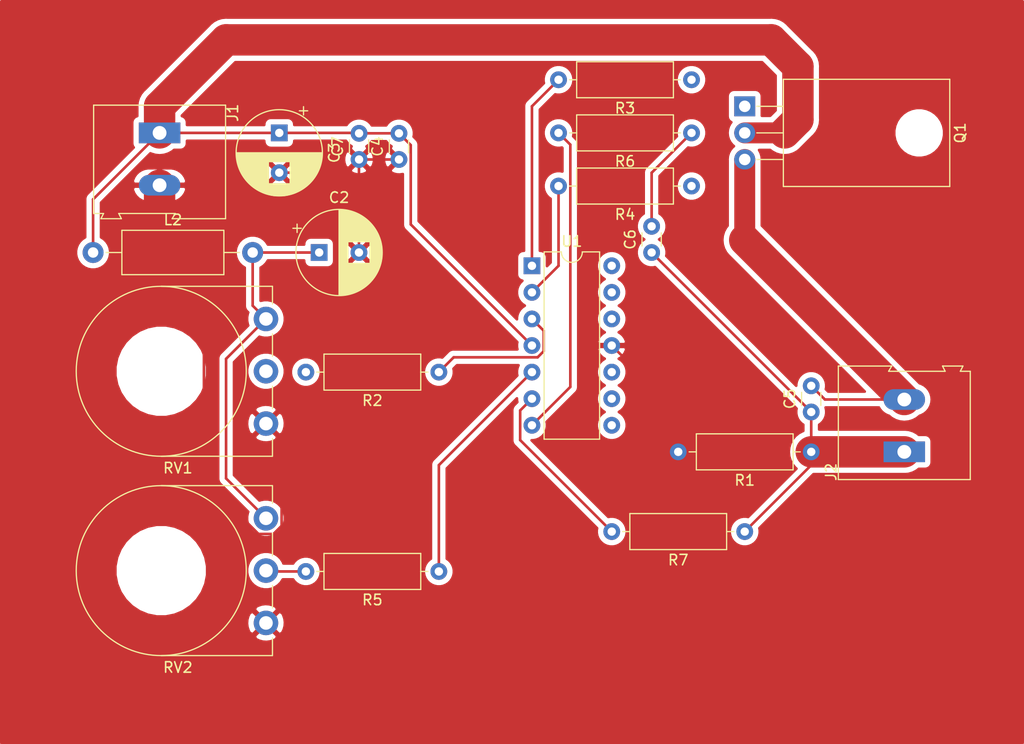
<source format=kicad_pcb>
(kicad_pcb (version 20171130) (host pcbnew 5.1.6-c6e7f7d~87~ubuntu18.04.1)

  (general
    (thickness 1.6)
    (drawings 0)
    (tracks 77)
    (zones 0)
    (modules 20)
    (nets 15)
  )

  (page A4)
  (layers
    (0 F.Cu signal)
    (31 B.Cu signal)
    (32 B.Adhes user)
    (33 F.Adhes user)
    (34 B.Paste user)
    (35 F.Paste user)
    (36 B.SilkS user)
    (37 F.SilkS user)
    (38 B.Mask user)
    (39 F.Mask user)
    (40 Dwgs.User user)
    (41 Cmts.User user)
    (42 Eco1.User user)
    (43 Eco2.User user)
    (44 Edge.Cuts user)
    (45 Margin user)
    (46 B.CrtYd user)
    (47 F.CrtYd user)
    (48 B.Fab user)
    (49 F.Fab user)
  )

  (setup
    (last_trace_width 0.25)
    (user_trace_width 3)
    (trace_clearance 0.2)
    (zone_clearance 0.508)
    (zone_45_only no)
    (trace_min 0.2)
    (via_size 0.8)
    (via_drill 0.4)
    (via_min_size 0.4)
    (via_min_drill 0.3)
    (uvia_size 0.3)
    (uvia_drill 0.1)
    (uvias_allowed no)
    (uvia_min_size 0.2)
    (uvia_min_drill 0.1)
    (edge_width 0.05)
    (segment_width 0.2)
    (pcb_text_width 0.3)
    (pcb_text_size 1.5 1.5)
    (mod_edge_width 0.12)
    (mod_text_size 1 1)
    (mod_text_width 0.15)
    (pad_size 1.524 1.524)
    (pad_drill 0.762)
    (pad_to_mask_clearance 0.05)
    (aux_axis_origin 0 0)
    (visible_elements FFFFFF7F)
    (pcbplotparams
      (layerselection 0x010fc_ffffffff)
      (usegerberextensions false)
      (usegerberattributes true)
      (usegerberadvancedattributes true)
      (creategerberjobfile true)
      (excludeedgelayer true)
      (linewidth 0.100000)
      (plotframeref false)
      (viasonmask false)
      (mode 1)
      (useauxorigin false)
      (hpglpennumber 1)
      (hpglpenspeed 20)
      (hpglpendiameter 15.000000)
      (psnegative false)
      (psa4output false)
      (plotreference true)
      (plotvalue true)
      (plotinvisibletext false)
      (padsonsilk false)
      (subtractmaskfromsilk false)
      (outputformat 1)
      (mirror false)
      (drillshape 1)
      (scaleselection 1)
      (outputdirectory ""))
  )

  (net 0 "")
  (net 1 V_IN-)
  (net 2 "Net-(C2-Pad1)")
  (net 3 V_IN+)
  (net 4 Out+)
  (net 5 "Net-(C6-Pad2)")
  (net 6 Out-)
  (net 7 "Net-(R2-Pad2)")
  (net 8 "Net-(R2-Pad1)")
  (net 9 "Net-(R3-Pad2)")
  (net 10 "Net-(R4-Pad2)")
  (net 11 "Net-(R5-Pad2)")
  (net 12 "Net-(R5-Pad1)")
  (net 13 "Net-(R6-Pad2)")
  (net 14 "Net-(R7-Pad2)")

  (net_class Default "This is the default net class."
    (clearance 0.2)
    (trace_width 0.25)
    (via_dia 0.8)
    (via_drill 0.4)
    (uvia_dia 0.3)
    (uvia_drill 0.1)
    (add_net "Net-(C2-Pad1)")
    (add_net "Net-(C6-Pad2)")
    (add_net "Net-(R2-Pad1)")
    (add_net "Net-(R2-Pad2)")
    (add_net "Net-(R3-Pad2)")
    (add_net "Net-(R4-Pad2)")
    (add_net "Net-(R5-Pad1)")
    (add_net "Net-(R5-Pad2)")
    (add_net "Net-(R6-Pad2)")
    (add_net "Net-(R7-Pad2)")
    (add_net Out+)
    (add_net Out-)
    (add_net V_IN+)
    (add_net V_IN-)
  )

  (module Package_DIP:DIP-14_W7.62mm (layer F.Cu) (tedit 5A02E8C5) (tstamp 5F436FA2)
    (at 128.27 40.64)
    (descr "14-lead though-hole mounted DIP package, row spacing 7.62 mm (300 mils)")
    (tags "THT DIP DIL PDIP 2.54mm 7.62mm 300mil")
    (path /5F4467D2)
    (fp_text reference U1 (at 3.81 -2.33) (layer F.SilkS)
      (effects (font (size 1 1) (thickness 0.15)))
    )
    (fp_text value LM324 (at 3.81 17.57) (layer F.Fab)
      (effects (font (size 1 1) (thickness 0.15)))
    )
    (fp_text user %R (at 3.81 7.62) (layer F.Fab)
      (effects (font (size 1 1) (thickness 0.15)))
    )
    (fp_arc (start 3.81 -1.33) (end 2.81 -1.33) (angle -180) (layer F.SilkS) (width 0.12))
    (fp_line (start 1.635 -1.27) (end 6.985 -1.27) (layer F.Fab) (width 0.1))
    (fp_line (start 6.985 -1.27) (end 6.985 16.51) (layer F.Fab) (width 0.1))
    (fp_line (start 6.985 16.51) (end 0.635 16.51) (layer F.Fab) (width 0.1))
    (fp_line (start 0.635 16.51) (end 0.635 -0.27) (layer F.Fab) (width 0.1))
    (fp_line (start 0.635 -0.27) (end 1.635 -1.27) (layer F.Fab) (width 0.1))
    (fp_line (start 2.81 -1.33) (end 1.16 -1.33) (layer F.SilkS) (width 0.12))
    (fp_line (start 1.16 -1.33) (end 1.16 16.57) (layer F.SilkS) (width 0.12))
    (fp_line (start 1.16 16.57) (end 6.46 16.57) (layer F.SilkS) (width 0.12))
    (fp_line (start 6.46 16.57) (end 6.46 -1.33) (layer F.SilkS) (width 0.12))
    (fp_line (start 6.46 -1.33) (end 4.81 -1.33) (layer F.SilkS) (width 0.12))
    (fp_line (start -1.1 -1.55) (end -1.1 16.8) (layer F.CrtYd) (width 0.05))
    (fp_line (start -1.1 16.8) (end 8.7 16.8) (layer F.CrtYd) (width 0.05))
    (fp_line (start 8.7 16.8) (end 8.7 -1.55) (layer F.CrtYd) (width 0.05))
    (fp_line (start 8.7 -1.55) (end -1.1 -1.55) (layer F.CrtYd) (width 0.05))
    (pad 14 thru_hole oval (at 7.62 0) (size 1.6 1.6) (drill 0.8) (layers *.Cu *.Mask))
    (pad 7 thru_hole oval (at 0 15.24) (size 1.6 1.6) (drill 0.8) (layers *.Cu *.Mask)
      (net 13 "Net-(R6-Pad2)"))
    (pad 13 thru_hole oval (at 7.62 2.54) (size 1.6 1.6) (drill 0.8) (layers *.Cu *.Mask))
    (pad 6 thru_hole oval (at 0 12.7) (size 1.6 1.6) (drill 0.8) (layers *.Cu *.Mask)
      (net 14 "Net-(R7-Pad2)"))
    (pad 12 thru_hole oval (at 7.62 5.08) (size 1.6 1.6) (drill 0.8) (layers *.Cu *.Mask))
    (pad 5 thru_hole oval (at 0 10.16) (size 1.6 1.6) (drill 0.8) (layers *.Cu *.Mask)
      (net 12 "Net-(R5-Pad1)"))
    (pad 11 thru_hole oval (at 7.62 7.62) (size 1.6 1.6) (drill 0.8) (layers *.Cu *.Mask)
      (net 1 V_IN-))
    (pad 4 thru_hole oval (at 0 7.62) (size 1.6 1.6) (drill 0.8) (layers *.Cu *.Mask)
      (net 3 V_IN+))
    (pad 10 thru_hole oval (at 7.62 10.16) (size 1.6 1.6) (drill 0.8) (layers *.Cu *.Mask))
    (pad 3 thru_hole oval (at 0 5.08) (size 1.6 1.6) (drill 0.8) (layers *.Cu *.Mask)
      (net 8 "Net-(R2-Pad1)"))
    (pad 9 thru_hole oval (at 7.62 12.7) (size 1.6 1.6) (drill 0.8) (layers *.Cu *.Mask))
    (pad 2 thru_hole oval (at 0 2.54) (size 1.6 1.6) (drill 0.8) (layers *.Cu *.Mask)
      (net 10 "Net-(R4-Pad2)"))
    (pad 8 thru_hole oval (at 7.62 15.24) (size 1.6 1.6) (drill 0.8) (layers *.Cu *.Mask))
    (pad 1 thru_hole rect (at 0 0) (size 1.6 1.6) (drill 0.8) (layers *.Cu *.Mask)
      (net 9 "Net-(R3-Pad2)"))
    (model ${KISYS3DMOD}/Package_DIP.3dshapes/DIP-14_W7.62mm.wrl
      (at (xyz 0 0 0))
      (scale (xyz 1 1 1))
      (rotate (xyz 0 0 0))
    )
  )

  (module Potentiometer_THT:Potentiometer_Piher_T-16L_Single_Vertical_Hole (layer F.Cu) (tedit 5A3D4993) (tstamp 5F42C3FA)
    (at 102.87 64.77 180)
    (descr "Potentiometer, vertical, shaft hole, Piher T-16L Single, http://www.piher-nacesa.com/pdf/22-T16v03.pdf")
    (tags "Potentiometer vertical hole Piher T-16L Single")
    (path /5F430515)
    (fp_text reference RV2 (at 8.415 -14.25) (layer F.SilkS)
      (effects (font (size 1 1) (thickness 0.15)))
    )
    (fp_text value 10K (at 8.415 4.25) (layer F.Fab)
      (effects (font (size 1 1) (thickness 0.15)))
    )
    (fp_text user %R (at 0.5 -5 90) (layer F.Fab)
      (effects (font (size 1 1) (thickness 0.15)))
    )
    (fp_circle (center 10 -5) (end 18 -5) (layer F.Fab) (width 0.1))
    (fp_circle (center 10 -5) (end 18.12 -5) (layer F.SilkS) (width 0.12))
    (fp_line (start 10 -13) (end -0.5 -13) (layer F.Fab) (width 0.1))
    (fp_line (start -0.5 -13) (end -0.5 3) (layer F.Fab) (width 0.1))
    (fp_line (start -0.5 3) (end 10 3) (layer F.Fab) (width 0.1))
    (fp_line (start -0.62 -13.12) (end 10 -13.12) (layer F.SilkS) (width 0.12))
    (fp_line (start -0.62 -13.12) (end -0.62 -11.426) (layer F.SilkS) (width 0.12))
    (fp_line (start -0.62 -8.574) (end -0.62 -6.425) (layer F.SilkS) (width 0.12))
    (fp_line (start -0.62 -3.575) (end -0.62 -1.425) (layer F.SilkS) (width 0.12))
    (fp_line (start -0.62 1.425) (end -0.62 3.12) (layer F.SilkS) (width 0.12))
    (fp_line (start -0.62 3.12) (end 10 3.12) (layer F.SilkS) (width 0.12))
    (fp_line (start -1.45 -13.25) (end -1.45 3.25) (layer F.CrtYd) (width 0.05))
    (fp_line (start -1.45 3.25) (end 18.25 3.25) (layer F.CrtYd) (width 0.05))
    (fp_line (start 18.25 3.25) (end 18.25 -13.25) (layer F.CrtYd) (width 0.05))
    (fp_line (start 18.25 -13.25) (end -1.45 -13.25) (layer F.CrtYd) (width 0.05))
    (pad "" np_thru_hole circle (at 10 -5 180) (size 7.5 7.5) (drill 7.5) (layers *.Cu *.Mask))
    (pad 1 thru_hole circle (at 0 0 180) (size 2.34 2.34) (drill 1.3) (layers *.Cu *.Mask)
      (net 2 "Net-(C2-Pad1)"))
    (pad 2 thru_hole circle (at 0 -5 180) (size 2.34 2.34) (drill 1.3) (layers *.Cu *.Mask)
      (net 11 "Net-(R5-Pad2)"))
    (pad 3 thru_hole circle (at 0 -10 180) (size 2.34 2.34) (drill 1.3) (layers *.Cu *.Mask)
      (net 1 V_IN-))
    (model ${KISYS3DMOD}/Potentiometer_THT.3dshapes/Potentiometer_Piher_T-16L_Single_Vertical_Hole.wrl
      (at (xyz 0 0 0))
      (scale (xyz 1 1 1))
      (rotate (xyz 0 0 0))
    )
  )

  (module Potentiometer_THT:Potentiometer_Piher_T-16L_Single_Vertical_Hole (layer F.Cu) (tedit 5A3D4993) (tstamp 5F42C3E2)
    (at 102.87 45.72 180)
    (descr "Potentiometer, vertical, shaft hole, Piher T-16L Single, http://www.piher-nacesa.com/pdf/22-T16v03.pdf")
    (tags "Potentiometer vertical hole Piher T-16L Single")
    (path /5F42FEE5)
    (fp_text reference RV1 (at 8.415 -14.25) (layer F.SilkS)
      (effects (font (size 1 1) (thickness 0.15)))
    )
    (fp_text value 10K (at 8.415 4.25) (layer F.Fab)
      (effects (font (size 1 1) (thickness 0.15)))
    )
    (fp_text user %R (at 0.5 -5 90) (layer F.Fab)
      (effects (font (size 1 1) (thickness 0.15)))
    )
    (fp_circle (center 10 -5) (end 18 -5) (layer F.Fab) (width 0.1))
    (fp_circle (center 10 -5) (end 18.12 -5) (layer F.SilkS) (width 0.12))
    (fp_line (start 10 -13) (end -0.5 -13) (layer F.Fab) (width 0.1))
    (fp_line (start -0.5 -13) (end -0.5 3) (layer F.Fab) (width 0.1))
    (fp_line (start -0.5 3) (end 10 3) (layer F.Fab) (width 0.1))
    (fp_line (start -0.62 -13.12) (end 10 -13.12) (layer F.SilkS) (width 0.12))
    (fp_line (start -0.62 -13.12) (end -0.62 -11.426) (layer F.SilkS) (width 0.12))
    (fp_line (start -0.62 -8.574) (end -0.62 -6.425) (layer F.SilkS) (width 0.12))
    (fp_line (start -0.62 -3.575) (end -0.62 -1.425) (layer F.SilkS) (width 0.12))
    (fp_line (start -0.62 1.425) (end -0.62 3.12) (layer F.SilkS) (width 0.12))
    (fp_line (start -0.62 3.12) (end 10 3.12) (layer F.SilkS) (width 0.12))
    (fp_line (start -1.45 -13.25) (end -1.45 3.25) (layer F.CrtYd) (width 0.05))
    (fp_line (start -1.45 3.25) (end 18.25 3.25) (layer F.CrtYd) (width 0.05))
    (fp_line (start 18.25 3.25) (end 18.25 -13.25) (layer F.CrtYd) (width 0.05))
    (fp_line (start 18.25 -13.25) (end -1.45 -13.25) (layer F.CrtYd) (width 0.05))
    (pad "" np_thru_hole circle (at 10 -5 180) (size 7.5 7.5) (drill 7.5) (layers *.Cu *.Mask))
    (pad 1 thru_hole circle (at 0 0 180) (size 2.34 2.34) (drill 1.3) (layers *.Cu *.Mask)
      (net 2 "Net-(C2-Pad1)"))
    (pad 2 thru_hole circle (at 0 -5 180) (size 2.34 2.34) (drill 1.3) (layers *.Cu *.Mask)
      (net 7 "Net-(R2-Pad2)"))
    (pad 3 thru_hole circle (at 0 -10 180) (size 2.34 2.34) (drill 1.3) (layers *.Cu *.Mask)
      (net 1 V_IN-))
    (model ${KISYS3DMOD}/Potentiometer_THT.3dshapes/Potentiometer_Piher_T-16L_Single_Vertical_Hole.wrl
      (at (xyz 0 0 0))
      (scale (xyz 1 1 1))
      (rotate (xyz 0 0 0))
    )
  )

  (module Resistor_THT:R_Axial_DIN0309_L9.0mm_D3.2mm_P12.70mm_Horizontal (layer F.Cu) (tedit 5AE5139B) (tstamp 5F42C3CA)
    (at 148.59 66.04 180)
    (descr "Resistor, Axial_DIN0309 series, Axial, Horizontal, pin pitch=12.7mm, 0.5W = 1/2W, length*diameter=9*3.2mm^2, http://cdn-reichelt.de/documents/datenblatt/B400/1_4W%23YAG.pdf")
    (tags "Resistor Axial_DIN0309 series Axial Horizontal pin pitch 12.7mm 0.5W = 1/2W length 9mm diameter 3.2mm")
    (path /5F465691)
    (fp_text reference R7 (at 6.35 -2.72) (layer F.SilkS)
      (effects (font (size 1 1) (thickness 0.15)))
    )
    (fp_text value 100K (at 6.35 2.72) (layer F.Fab)
      (effects (font (size 1 1) (thickness 0.15)))
    )
    (fp_text user %R (at 6.35 0) (layer F.Fab)
      (effects (font (size 1 1) (thickness 0.15)))
    )
    (fp_line (start 1.85 -1.6) (end 1.85 1.6) (layer F.Fab) (width 0.1))
    (fp_line (start 1.85 1.6) (end 10.85 1.6) (layer F.Fab) (width 0.1))
    (fp_line (start 10.85 1.6) (end 10.85 -1.6) (layer F.Fab) (width 0.1))
    (fp_line (start 10.85 -1.6) (end 1.85 -1.6) (layer F.Fab) (width 0.1))
    (fp_line (start 0 0) (end 1.85 0) (layer F.Fab) (width 0.1))
    (fp_line (start 12.7 0) (end 10.85 0) (layer F.Fab) (width 0.1))
    (fp_line (start 1.73 -1.72) (end 1.73 1.72) (layer F.SilkS) (width 0.12))
    (fp_line (start 1.73 1.72) (end 10.97 1.72) (layer F.SilkS) (width 0.12))
    (fp_line (start 10.97 1.72) (end 10.97 -1.72) (layer F.SilkS) (width 0.12))
    (fp_line (start 10.97 -1.72) (end 1.73 -1.72) (layer F.SilkS) (width 0.12))
    (fp_line (start 1.04 0) (end 1.73 0) (layer F.SilkS) (width 0.12))
    (fp_line (start 11.66 0) (end 10.97 0) (layer F.SilkS) (width 0.12))
    (fp_line (start -1.05 -1.85) (end -1.05 1.85) (layer F.CrtYd) (width 0.05))
    (fp_line (start -1.05 1.85) (end 13.75 1.85) (layer F.CrtYd) (width 0.05))
    (fp_line (start 13.75 1.85) (end 13.75 -1.85) (layer F.CrtYd) (width 0.05))
    (fp_line (start 13.75 -1.85) (end -1.05 -1.85) (layer F.CrtYd) (width 0.05))
    (pad 2 thru_hole oval (at 12.7 0 180) (size 1.6 1.6) (drill 0.8) (layers *.Cu *.Mask)
      (net 14 "Net-(R7-Pad2)"))
    (pad 1 thru_hole circle (at 0 0 180) (size 1.6 1.6) (drill 0.8) (layers *.Cu *.Mask)
      (net 6 Out-))
    (model ${KISYS3DMOD}/Resistor_THT.3dshapes/R_Axial_DIN0309_L9.0mm_D3.2mm_P12.70mm_Horizontal.wrl
      (at (xyz 0 0 0))
      (scale (xyz 1 1 1))
      (rotate (xyz 0 0 0))
    )
  )

  (module Resistor_THT:R_Axial_DIN0309_L9.0mm_D3.2mm_P12.70mm_Horizontal (layer F.Cu) (tedit 5AE5139B) (tstamp 5F435B2A)
    (at 143.51 27.94 180)
    (descr "Resistor, Axial_DIN0309 series, Axial, Horizontal, pin pitch=12.7mm, 0.5W = 1/2W, length*diameter=9*3.2mm^2, http://cdn-reichelt.de/documents/datenblatt/B400/1_4W%23YAG.pdf")
    (tags "Resistor Axial_DIN0309 series Axial Horizontal pin pitch 12.7mm 0.5W = 1/2W length 9mm diameter 3.2mm")
    (path /5F4609C5)
    (fp_text reference R6 (at 6.35 -2.72) (layer F.SilkS)
      (effects (font (size 1 1) (thickness 0.15)))
    )
    (fp_text value 100 (at 6.35 2.72) (layer F.Fab)
      (effects (font (size 1 1) (thickness 0.15)))
    )
    (fp_text user %R (at 6.35 0) (layer F.Fab)
      (effects (font (size 1 1) (thickness 0.15)))
    )
    (fp_line (start 1.85 -1.6) (end 1.85 1.6) (layer F.Fab) (width 0.1))
    (fp_line (start 1.85 1.6) (end 10.85 1.6) (layer F.Fab) (width 0.1))
    (fp_line (start 10.85 1.6) (end 10.85 -1.6) (layer F.Fab) (width 0.1))
    (fp_line (start 10.85 -1.6) (end 1.85 -1.6) (layer F.Fab) (width 0.1))
    (fp_line (start 0 0) (end 1.85 0) (layer F.Fab) (width 0.1))
    (fp_line (start 12.7 0) (end 10.85 0) (layer F.Fab) (width 0.1))
    (fp_line (start 1.73 -1.72) (end 1.73 1.72) (layer F.SilkS) (width 0.12))
    (fp_line (start 1.73 1.72) (end 10.97 1.72) (layer F.SilkS) (width 0.12))
    (fp_line (start 10.97 1.72) (end 10.97 -1.72) (layer F.SilkS) (width 0.12))
    (fp_line (start 10.97 -1.72) (end 1.73 -1.72) (layer F.SilkS) (width 0.12))
    (fp_line (start 1.04 0) (end 1.73 0) (layer F.SilkS) (width 0.12))
    (fp_line (start 11.66 0) (end 10.97 0) (layer F.SilkS) (width 0.12))
    (fp_line (start -1.05 -1.85) (end -1.05 1.85) (layer F.CrtYd) (width 0.05))
    (fp_line (start -1.05 1.85) (end 13.75 1.85) (layer F.CrtYd) (width 0.05))
    (fp_line (start 13.75 1.85) (end 13.75 -1.85) (layer F.CrtYd) (width 0.05))
    (fp_line (start 13.75 -1.85) (end -1.05 -1.85) (layer F.CrtYd) (width 0.05))
    (pad 2 thru_hole oval (at 12.7 0 180) (size 1.6 1.6) (drill 0.8) (layers *.Cu *.Mask)
      (net 13 "Net-(R6-Pad2)"))
    (pad 1 thru_hole circle (at 0 0 180) (size 1.6 1.6) (drill 0.8) (layers *.Cu *.Mask)
      (net 5 "Net-(C6-Pad2)"))
    (model ${KISYS3DMOD}/Resistor_THT.3dshapes/R_Axial_DIN0309_L9.0mm_D3.2mm_P12.70mm_Horizontal.wrl
      (at (xyz 0 0 0))
      (scale (xyz 1 1 1))
      (rotate (xyz 0 0 0))
    )
  )

  (module Resistor_THT:R_Axial_DIN0309_L9.0mm_D3.2mm_P12.70mm_Horizontal (layer F.Cu) (tedit 5AE5139B) (tstamp 5F42C39C)
    (at 119.38 69.85 180)
    (descr "Resistor, Axial_DIN0309 series, Axial, Horizontal, pin pitch=12.7mm, 0.5W = 1/2W, length*diameter=9*3.2mm^2, http://cdn-reichelt.de/documents/datenblatt/B400/1_4W%23YAG.pdf")
    (tags "Resistor Axial_DIN0309 series Axial Horizontal pin pitch 12.7mm 0.5W = 1/2W length 9mm diameter 3.2mm")
    (path /5F45FB67)
    (fp_text reference R5 (at 6.35 -2.72) (layer F.SilkS)
      (effects (font (size 1 1) (thickness 0.15)))
    )
    (fp_text value 100K (at 6.35 2.72) (layer F.Fab)
      (effects (font (size 1 1) (thickness 0.15)))
    )
    (fp_text user %R (at 6.35 0) (layer F.Fab)
      (effects (font (size 1 1) (thickness 0.15)))
    )
    (fp_line (start 1.85 -1.6) (end 1.85 1.6) (layer F.Fab) (width 0.1))
    (fp_line (start 1.85 1.6) (end 10.85 1.6) (layer F.Fab) (width 0.1))
    (fp_line (start 10.85 1.6) (end 10.85 -1.6) (layer F.Fab) (width 0.1))
    (fp_line (start 10.85 -1.6) (end 1.85 -1.6) (layer F.Fab) (width 0.1))
    (fp_line (start 0 0) (end 1.85 0) (layer F.Fab) (width 0.1))
    (fp_line (start 12.7 0) (end 10.85 0) (layer F.Fab) (width 0.1))
    (fp_line (start 1.73 -1.72) (end 1.73 1.72) (layer F.SilkS) (width 0.12))
    (fp_line (start 1.73 1.72) (end 10.97 1.72) (layer F.SilkS) (width 0.12))
    (fp_line (start 10.97 1.72) (end 10.97 -1.72) (layer F.SilkS) (width 0.12))
    (fp_line (start 10.97 -1.72) (end 1.73 -1.72) (layer F.SilkS) (width 0.12))
    (fp_line (start 1.04 0) (end 1.73 0) (layer F.SilkS) (width 0.12))
    (fp_line (start 11.66 0) (end 10.97 0) (layer F.SilkS) (width 0.12))
    (fp_line (start -1.05 -1.85) (end -1.05 1.85) (layer F.CrtYd) (width 0.05))
    (fp_line (start -1.05 1.85) (end 13.75 1.85) (layer F.CrtYd) (width 0.05))
    (fp_line (start 13.75 1.85) (end 13.75 -1.85) (layer F.CrtYd) (width 0.05))
    (fp_line (start 13.75 -1.85) (end -1.05 -1.85) (layer F.CrtYd) (width 0.05))
    (pad 2 thru_hole oval (at 12.7 0 180) (size 1.6 1.6) (drill 0.8) (layers *.Cu *.Mask)
      (net 11 "Net-(R5-Pad2)"))
    (pad 1 thru_hole circle (at 0 0 180) (size 1.6 1.6) (drill 0.8) (layers *.Cu *.Mask)
      (net 12 "Net-(R5-Pad1)"))
    (model ${KISYS3DMOD}/Resistor_THT.3dshapes/R_Axial_DIN0309_L9.0mm_D3.2mm_P12.70mm_Horizontal.wrl
      (at (xyz 0 0 0))
      (scale (xyz 1 1 1))
      (rotate (xyz 0 0 0))
    )
  )

  (module Resistor_THT:R_Axial_DIN0309_L9.0mm_D3.2mm_P12.70mm_Horizontal (layer F.Cu) (tedit 5AE5139B) (tstamp 5F42C385)
    (at 143.51 33.02 180)
    (descr "Resistor, Axial_DIN0309 series, Axial, Horizontal, pin pitch=12.7mm, 0.5W = 1/2W, length*diameter=9*3.2mm^2, http://cdn-reichelt.de/documents/datenblatt/B400/1_4W%23YAG.pdf")
    (tags "Resistor Axial_DIN0309 series Axial Horizontal pin pitch 12.7mm 0.5W = 1/2W length 9mm diameter 3.2mm")
    (path /5F464FA6)
    (fp_text reference R4 (at 6.35 -2.72) (layer F.SilkS)
      (effects (font (size 1 1) (thickness 0.15)))
    )
    (fp_text value 100K (at 6.35 2.72) (layer F.Fab)
      (effects (font (size 1 1) (thickness 0.15)))
    )
    (fp_text user %R (at 6.35 0) (layer F.Fab)
      (effects (font (size 1 1) (thickness 0.15)))
    )
    (fp_line (start 1.85 -1.6) (end 1.85 1.6) (layer F.Fab) (width 0.1))
    (fp_line (start 1.85 1.6) (end 10.85 1.6) (layer F.Fab) (width 0.1))
    (fp_line (start 10.85 1.6) (end 10.85 -1.6) (layer F.Fab) (width 0.1))
    (fp_line (start 10.85 -1.6) (end 1.85 -1.6) (layer F.Fab) (width 0.1))
    (fp_line (start 0 0) (end 1.85 0) (layer F.Fab) (width 0.1))
    (fp_line (start 12.7 0) (end 10.85 0) (layer F.Fab) (width 0.1))
    (fp_line (start 1.73 -1.72) (end 1.73 1.72) (layer F.SilkS) (width 0.12))
    (fp_line (start 1.73 1.72) (end 10.97 1.72) (layer F.SilkS) (width 0.12))
    (fp_line (start 10.97 1.72) (end 10.97 -1.72) (layer F.SilkS) (width 0.12))
    (fp_line (start 10.97 -1.72) (end 1.73 -1.72) (layer F.SilkS) (width 0.12))
    (fp_line (start 1.04 0) (end 1.73 0) (layer F.SilkS) (width 0.12))
    (fp_line (start 11.66 0) (end 10.97 0) (layer F.SilkS) (width 0.12))
    (fp_line (start -1.05 -1.85) (end -1.05 1.85) (layer F.CrtYd) (width 0.05))
    (fp_line (start -1.05 1.85) (end 13.75 1.85) (layer F.CrtYd) (width 0.05))
    (fp_line (start 13.75 1.85) (end 13.75 -1.85) (layer F.CrtYd) (width 0.05))
    (fp_line (start 13.75 -1.85) (end -1.05 -1.85) (layer F.CrtYd) (width 0.05))
    (pad 2 thru_hole oval (at 12.7 0 180) (size 1.6 1.6) (drill 0.8) (layers *.Cu *.Mask)
      (net 10 "Net-(R4-Pad2)"))
    (pad 1 thru_hole circle (at 0 0 180) (size 1.6 1.6) (drill 0.8) (layers *.Cu *.Mask)
      (net 4 Out+))
    (model ${KISYS3DMOD}/Resistor_THT.3dshapes/R_Axial_DIN0309_L9.0mm_D3.2mm_P12.70mm_Horizontal.wrl
      (at (xyz 0 0 0))
      (scale (xyz 1 1 1))
      (rotate (xyz 0 0 0))
    )
  )

  (module Resistor_THT:R_Axial_DIN0309_L9.0mm_D3.2mm_P12.70mm_Horizontal (layer F.Cu) (tedit 5AE5139B) (tstamp 5F42C36E)
    (at 143.51 22.86 180)
    (descr "Resistor, Axial_DIN0309 series, Axial, Horizontal, pin pitch=12.7mm, 0.5W = 1/2W, length*diameter=9*3.2mm^2, http://cdn-reichelt.de/documents/datenblatt/B400/1_4W%23YAG.pdf")
    (tags "Resistor Axial_DIN0309 series Axial Horizontal pin pitch 12.7mm 0.5W = 1/2W length 9mm diameter 3.2mm")
    (path /5F460540)
    (fp_text reference R3 (at 6.35 -2.72) (layer F.SilkS)
      (effects (font (size 1 1) (thickness 0.15)))
    )
    (fp_text value 100 (at 6.35 2.72) (layer F.Fab)
      (effects (font (size 1 1) (thickness 0.15)))
    )
    (fp_text user %R (at 6.35 0) (layer F.Fab)
      (effects (font (size 1 1) (thickness 0.15)))
    )
    (fp_line (start 1.85 -1.6) (end 1.85 1.6) (layer F.Fab) (width 0.1))
    (fp_line (start 1.85 1.6) (end 10.85 1.6) (layer F.Fab) (width 0.1))
    (fp_line (start 10.85 1.6) (end 10.85 -1.6) (layer F.Fab) (width 0.1))
    (fp_line (start 10.85 -1.6) (end 1.85 -1.6) (layer F.Fab) (width 0.1))
    (fp_line (start 0 0) (end 1.85 0) (layer F.Fab) (width 0.1))
    (fp_line (start 12.7 0) (end 10.85 0) (layer F.Fab) (width 0.1))
    (fp_line (start 1.73 -1.72) (end 1.73 1.72) (layer F.SilkS) (width 0.12))
    (fp_line (start 1.73 1.72) (end 10.97 1.72) (layer F.SilkS) (width 0.12))
    (fp_line (start 10.97 1.72) (end 10.97 -1.72) (layer F.SilkS) (width 0.12))
    (fp_line (start 10.97 -1.72) (end 1.73 -1.72) (layer F.SilkS) (width 0.12))
    (fp_line (start 1.04 0) (end 1.73 0) (layer F.SilkS) (width 0.12))
    (fp_line (start 11.66 0) (end 10.97 0) (layer F.SilkS) (width 0.12))
    (fp_line (start -1.05 -1.85) (end -1.05 1.85) (layer F.CrtYd) (width 0.05))
    (fp_line (start -1.05 1.85) (end 13.75 1.85) (layer F.CrtYd) (width 0.05))
    (fp_line (start 13.75 1.85) (end 13.75 -1.85) (layer F.CrtYd) (width 0.05))
    (fp_line (start 13.75 -1.85) (end -1.05 -1.85) (layer F.CrtYd) (width 0.05))
    (pad 2 thru_hole oval (at 12.7 0 180) (size 1.6 1.6) (drill 0.8) (layers *.Cu *.Mask)
      (net 9 "Net-(R3-Pad2)"))
    (pad 1 thru_hole circle (at 0 0 180) (size 1.6 1.6) (drill 0.8) (layers *.Cu *.Mask)
      (net 5 "Net-(C6-Pad2)"))
    (model ${KISYS3DMOD}/Resistor_THT.3dshapes/R_Axial_DIN0309_L9.0mm_D3.2mm_P12.70mm_Horizontal.wrl
      (at (xyz 0 0 0))
      (scale (xyz 1 1 1))
      (rotate (xyz 0 0 0))
    )
  )

  (module Resistor_THT:R_Axial_DIN0309_L9.0mm_D3.2mm_P12.70mm_Horizontal (layer F.Cu) (tedit 5AE5139B) (tstamp 5F42C357)
    (at 119.38 50.8 180)
    (descr "Resistor, Axial_DIN0309 series, Axial, Horizontal, pin pitch=12.7mm, 0.5W = 1/2W, length*diameter=9*3.2mm^2, http://cdn-reichelt.de/documents/datenblatt/B400/1_4W%23YAG.pdf")
    (tags "Resistor Axial_DIN0309 series Axial Horizontal pin pitch 12.7mm 0.5W = 1/2W length 9mm diameter 3.2mm")
    (path /5F460014)
    (fp_text reference R2 (at 6.35 -2.72) (layer F.SilkS)
      (effects (font (size 1 1) (thickness 0.15)))
    )
    (fp_text value 100K (at 6.35 2.72) (layer F.Fab)
      (effects (font (size 1 1) (thickness 0.15)))
    )
    (fp_text user %R (at 6.35 0) (layer F.Fab)
      (effects (font (size 1 1) (thickness 0.15)))
    )
    (fp_line (start 1.85 -1.6) (end 1.85 1.6) (layer F.Fab) (width 0.1))
    (fp_line (start 1.85 1.6) (end 10.85 1.6) (layer F.Fab) (width 0.1))
    (fp_line (start 10.85 1.6) (end 10.85 -1.6) (layer F.Fab) (width 0.1))
    (fp_line (start 10.85 -1.6) (end 1.85 -1.6) (layer F.Fab) (width 0.1))
    (fp_line (start 0 0) (end 1.85 0) (layer F.Fab) (width 0.1))
    (fp_line (start 12.7 0) (end 10.85 0) (layer F.Fab) (width 0.1))
    (fp_line (start 1.73 -1.72) (end 1.73 1.72) (layer F.SilkS) (width 0.12))
    (fp_line (start 1.73 1.72) (end 10.97 1.72) (layer F.SilkS) (width 0.12))
    (fp_line (start 10.97 1.72) (end 10.97 -1.72) (layer F.SilkS) (width 0.12))
    (fp_line (start 10.97 -1.72) (end 1.73 -1.72) (layer F.SilkS) (width 0.12))
    (fp_line (start 1.04 0) (end 1.73 0) (layer F.SilkS) (width 0.12))
    (fp_line (start 11.66 0) (end 10.97 0) (layer F.SilkS) (width 0.12))
    (fp_line (start -1.05 -1.85) (end -1.05 1.85) (layer F.CrtYd) (width 0.05))
    (fp_line (start -1.05 1.85) (end 13.75 1.85) (layer F.CrtYd) (width 0.05))
    (fp_line (start 13.75 1.85) (end 13.75 -1.85) (layer F.CrtYd) (width 0.05))
    (fp_line (start 13.75 -1.85) (end -1.05 -1.85) (layer F.CrtYd) (width 0.05))
    (pad 2 thru_hole oval (at 12.7 0 180) (size 1.6 1.6) (drill 0.8) (layers *.Cu *.Mask)
      (net 7 "Net-(R2-Pad2)"))
    (pad 1 thru_hole circle (at 0 0 180) (size 1.6 1.6) (drill 0.8) (layers *.Cu *.Mask)
      (net 8 "Net-(R2-Pad1)"))
    (model ${KISYS3DMOD}/Resistor_THT.3dshapes/R_Axial_DIN0309_L9.0mm_D3.2mm_P12.70mm_Horizontal.wrl
      (at (xyz 0 0 0))
      (scale (xyz 1 1 1))
      (rotate (xyz 0 0 0))
    )
  )

  (module Resistor_THT:R_Axial_DIN0309_L9.0mm_D3.2mm_P12.70mm_Horizontal (layer F.Cu) (tedit 5AE5139B) (tstamp 5F42C340)
    (at 154.94 58.42 180)
    (descr "Resistor, Axial_DIN0309 series, Axial, Horizontal, pin pitch=12.7mm, 0.5W = 1/2W, length*diameter=9*3.2mm^2, http://cdn-reichelt.de/documents/datenblatt/B400/1_4W%23YAG.pdf")
    (tags "Resistor Axial_DIN0309 series Axial Horizontal pin pitch 12.7mm 0.5W = 1/2W length 9mm diameter 3.2mm")
    (path /5F432B22)
    (fp_text reference R1 (at 6.35 -2.72) (layer F.SilkS)
      (effects (font (size 1 1) (thickness 0.15)))
    )
    (fp_text value 10R (at 6.35 2.72) (layer F.Fab)
      (effects (font (size 1 1) (thickness 0.15)))
    )
    (fp_text user %R (at 6.35 0) (layer F.Fab)
      (effects (font (size 1 1) (thickness 0.15)))
    )
    (fp_line (start 1.85 -1.6) (end 1.85 1.6) (layer F.Fab) (width 0.1))
    (fp_line (start 1.85 1.6) (end 10.85 1.6) (layer F.Fab) (width 0.1))
    (fp_line (start 10.85 1.6) (end 10.85 -1.6) (layer F.Fab) (width 0.1))
    (fp_line (start 10.85 -1.6) (end 1.85 -1.6) (layer F.Fab) (width 0.1))
    (fp_line (start 0 0) (end 1.85 0) (layer F.Fab) (width 0.1))
    (fp_line (start 12.7 0) (end 10.85 0) (layer F.Fab) (width 0.1))
    (fp_line (start 1.73 -1.72) (end 1.73 1.72) (layer F.SilkS) (width 0.12))
    (fp_line (start 1.73 1.72) (end 10.97 1.72) (layer F.SilkS) (width 0.12))
    (fp_line (start 10.97 1.72) (end 10.97 -1.72) (layer F.SilkS) (width 0.12))
    (fp_line (start 10.97 -1.72) (end 1.73 -1.72) (layer F.SilkS) (width 0.12))
    (fp_line (start 1.04 0) (end 1.73 0) (layer F.SilkS) (width 0.12))
    (fp_line (start 11.66 0) (end 10.97 0) (layer F.SilkS) (width 0.12))
    (fp_line (start -1.05 -1.85) (end -1.05 1.85) (layer F.CrtYd) (width 0.05))
    (fp_line (start -1.05 1.85) (end 13.75 1.85) (layer F.CrtYd) (width 0.05))
    (fp_line (start 13.75 1.85) (end 13.75 -1.85) (layer F.CrtYd) (width 0.05))
    (fp_line (start 13.75 -1.85) (end -1.05 -1.85) (layer F.CrtYd) (width 0.05))
    (pad 2 thru_hole oval (at 12.7 0 180) (size 1.6 1.6) (drill 0.8) (layers *.Cu *.Mask)
      (net 1 V_IN-))
    (pad 1 thru_hole circle (at 0 0 180) (size 1.6 1.6) (drill 0.8) (layers *.Cu *.Mask)
      (net 6 Out-))
    (model ${KISYS3DMOD}/Resistor_THT.3dshapes/R_Axial_DIN0309_L9.0mm_D3.2mm_P12.70mm_Horizontal.wrl
      (at (xyz 0 0 0))
      (scale (xyz 1 1 1))
      (rotate (xyz 0 0 0))
    )
  )

  (module Package_TO_SOT_THT:TO-220-3_Horizontal_TabDown (layer F.Cu) (tedit 5AC8BA0D) (tstamp 5F42C329)
    (at 148.59 25.4 270)
    (descr "TO-220-3, Horizontal, RM 2.54mm, see https://www.vishay.com/docs/66542/to-220-1.pdf")
    (tags "TO-220-3 Horizontal RM 2.54mm")
    (path /5F427A52)
    (fp_text reference Q1 (at 2.54 -20.58 90) (layer F.SilkS)
      (effects (font (size 1 1) (thickness 0.15)))
    )
    (fp_text value TIP41C (at 2.54 2 90) (layer F.Fab)
      (effects (font (size 1 1) (thickness 0.15)))
    )
    (fp_text user %R (at 2.54 -20.58 90) (layer F.Fab)
      (effects (font (size 1 1) (thickness 0.15)))
    )
    (fp_circle (center 2.54 -16.66) (end 4.39 -16.66) (layer F.Fab) (width 0.1))
    (fp_line (start -2.46 -13.06) (end -2.46 -19.46) (layer F.Fab) (width 0.1))
    (fp_line (start -2.46 -19.46) (end 7.54 -19.46) (layer F.Fab) (width 0.1))
    (fp_line (start 7.54 -19.46) (end 7.54 -13.06) (layer F.Fab) (width 0.1))
    (fp_line (start 7.54 -13.06) (end -2.46 -13.06) (layer F.Fab) (width 0.1))
    (fp_line (start -2.46 -3.81) (end -2.46 -13.06) (layer F.Fab) (width 0.1))
    (fp_line (start -2.46 -13.06) (end 7.54 -13.06) (layer F.Fab) (width 0.1))
    (fp_line (start 7.54 -13.06) (end 7.54 -3.81) (layer F.Fab) (width 0.1))
    (fp_line (start 7.54 -3.81) (end -2.46 -3.81) (layer F.Fab) (width 0.1))
    (fp_line (start 0 -3.81) (end 0 0) (layer F.Fab) (width 0.1))
    (fp_line (start 2.54 -3.81) (end 2.54 0) (layer F.Fab) (width 0.1))
    (fp_line (start 5.08 -3.81) (end 5.08 0) (layer F.Fab) (width 0.1))
    (fp_line (start -2.58 -3.69) (end 7.66 -3.69) (layer F.SilkS) (width 0.12))
    (fp_line (start -2.58 -19.58) (end 7.66 -19.58) (layer F.SilkS) (width 0.12))
    (fp_line (start -2.58 -19.58) (end -2.58 -3.69) (layer F.SilkS) (width 0.12))
    (fp_line (start 7.66 -19.58) (end 7.66 -3.69) (layer F.SilkS) (width 0.12))
    (fp_line (start 0 -3.69) (end 0 -1.15) (layer F.SilkS) (width 0.12))
    (fp_line (start 2.54 -3.69) (end 2.54 -1.15) (layer F.SilkS) (width 0.12))
    (fp_line (start 5.08 -3.69) (end 5.08 -1.15) (layer F.SilkS) (width 0.12))
    (fp_line (start -2.71 -19.71) (end -2.71 1.25) (layer F.CrtYd) (width 0.05))
    (fp_line (start -2.71 1.25) (end 7.79 1.25) (layer F.CrtYd) (width 0.05))
    (fp_line (start 7.79 1.25) (end 7.79 -19.71) (layer F.CrtYd) (width 0.05))
    (fp_line (start 7.79 -19.71) (end -2.71 -19.71) (layer F.CrtYd) (width 0.05))
    (pad 3 thru_hole oval (at 5.08 0 270) (size 1.905 2) (drill 1.1) (layers *.Cu *.Mask)
      (net 4 Out+))
    (pad 2 thru_hole oval (at 2.54 0 270) (size 1.905 2) (drill 1.1) (layers *.Cu *.Mask)
      (net 3 V_IN+))
    (pad 1 thru_hole rect (at 0 0 270) (size 1.905 2) (drill 1.1) (layers *.Cu *.Mask)
      (net 5 "Net-(C6-Pad2)"))
    (pad "" np_thru_hole oval (at 2.54 -16.66 270) (size 3.5 3.5) (drill 3.5) (layers *.Cu *.Mask))
    (model ${KISYS3DMOD}/Package_TO_SOT_THT.3dshapes/TO-220-3_Horizontal_TabDown.wrl
      (at (xyz 0 0 0))
      (scale (xyz 1 1 1))
      (rotate (xyz 0 0 0))
    )
  )

  (module Inductor_THT:L_Axial_L9.5mm_D4.0mm_P15.24mm_Horizontal_Fastron_SMCC (layer F.Cu) (tedit 5AE59B05) (tstamp 5F42C309)
    (at 86.36 39.37)
    (descr "Inductor, Axial series, Axial, Horizontal, pin pitch=15.24mm, , length*diameter=9.5*4mm^2, Fastron, SMCC, http://cdn-reichelt.de/documents/datenblatt/B400/DS_SMCC_NEU.pdf, http://cdn-reichelt.de/documents/datenblatt/B400/LEADEDINDUCTORS.pdf")
    (tags "Inductor Axial series Axial Horizontal pin pitch 15.24mm  length 9.5mm diameter 4mm Fastron SMCC")
    (path /5F42DD6C)
    (fp_text reference L2 (at 7.62 -3.12) (layer F.SilkS)
      (effects (font (size 1 1) (thickness 0.15)))
    )
    (fp_text value 10mH (at 7.62 3.12) (layer F.Fab)
      (effects (font (size 1 1) (thickness 0.15)))
    )
    (fp_text user %R (at 7.62 0) (layer F.Fab)
      (effects (font (size 1 1) (thickness 0.15)))
    )
    (fp_line (start 2.87 -2) (end 2.87 2) (layer F.Fab) (width 0.1))
    (fp_line (start 2.87 2) (end 12.37 2) (layer F.Fab) (width 0.1))
    (fp_line (start 12.37 2) (end 12.37 -2) (layer F.Fab) (width 0.1))
    (fp_line (start 12.37 -2) (end 2.87 -2) (layer F.Fab) (width 0.1))
    (fp_line (start 0 0) (end 2.87 0) (layer F.Fab) (width 0.1))
    (fp_line (start 15.24 0) (end 12.37 0) (layer F.Fab) (width 0.1))
    (fp_line (start 2.75 -2.12) (end 2.75 2.12) (layer F.SilkS) (width 0.12))
    (fp_line (start 2.75 2.12) (end 12.49 2.12) (layer F.SilkS) (width 0.12))
    (fp_line (start 12.49 2.12) (end 12.49 -2.12) (layer F.SilkS) (width 0.12))
    (fp_line (start 12.49 -2.12) (end 2.75 -2.12) (layer F.SilkS) (width 0.12))
    (fp_line (start 1.24 0) (end 2.75 0) (layer F.SilkS) (width 0.12))
    (fp_line (start 14 0) (end 12.49 0) (layer F.SilkS) (width 0.12))
    (fp_line (start -1.25 -2.25) (end -1.25 2.25) (layer F.CrtYd) (width 0.05))
    (fp_line (start -1.25 2.25) (end 16.5 2.25) (layer F.CrtYd) (width 0.05))
    (fp_line (start 16.5 2.25) (end 16.5 -2.25) (layer F.CrtYd) (width 0.05))
    (fp_line (start 16.5 -2.25) (end -1.25 -2.25) (layer F.CrtYd) (width 0.05))
    (pad 2 thru_hole oval (at 15.24 0) (size 2 2) (drill 1) (layers *.Cu *.Mask)
      (net 2 "Net-(C2-Pad1)"))
    (pad 1 thru_hole circle (at 0 0) (size 2 2) (drill 1) (layers *.Cu *.Mask)
      (net 3 V_IN+))
    (model ${KISYS3DMOD}/Inductor_THT.3dshapes/L_Axial_L9.5mm_D4.0mm_P15.24mm_Horizontal_Fastron_SMCC.wrl
      (at (xyz 0 0 0))
      (scale (xyz 1 1 1))
      (rotate (xyz 0 0 0))
    )
  )

  (module TerminalBlock:TerminalBlock_Altech_AK300-2_P5.00mm (layer F.Cu) (tedit 59FF0306) (tstamp 5F42C2DB)
    (at 163.83 58.42 90)
    (descr "Altech AK300 terminal block, pitch 5.0mm, 45 degree angled, see http://www.mouser.com/ds/2/16/PCBMETRC-24178.pdf")
    (tags "Altech AK300 terminal block pitch 5.0mm")
    (path /5F424789)
    (fp_text reference J2 (at -1.92 -6.99 90) (layer F.SilkS)
      (effects (font (size 1 1) (thickness 0.15)))
    )
    (fp_text value Conn_01x02 (at 2.78 7.75 90) (layer F.Fab)
      (effects (font (size 1 1) (thickness 0.15)))
    )
    (fp_arc (start -1.13 -4.65) (end -1.42 -4.13) (angle 104.2) (layer F.Fab) (width 0.1))
    (fp_arc (start -0.01 -3.71) (end -1.62 -5) (angle 100) (layer F.Fab) (width 0.1))
    (fp_arc (start 0.06 -6.07) (end 1.53 -4.12) (angle 75.5) (layer F.Fab) (width 0.1))
    (fp_arc (start 1.03 -4.59) (end 1.53 -5.05) (angle 90.5) (layer F.Fab) (width 0.1))
    (fp_arc (start 3.87 -4.65) (end 3.58 -4.13) (angle 104.2) (layer F.Fab) (width 0.1))
    (fp_arc (start 4.99 -3.71) (end 3.39 -5) (angle 100) (layer F.Fab) (width 0.1))
    (fp_arc (start 5.07 -6.07) (end 6.53 -4.12) (angle 75.5) (layer F.Fab) (width 0.1))
    (fp_arc (start 6.03 -4.59) (end 6.54 -5.05) (angle 90.5) (layer F.Fab) (width 0.1))
    (fp_text user %R (at 2.5 -2 90) (layer F.Fab)
      (effects (font (size 1 1) (thickness 0.15)))
    )
    (fp_line (start -2.65 -6.3) (end -2.65 6.3) (layer F.SilkS) (width 0.12))
    (fp_line (start -2.65 6.3) (end 7.7 6.3) (layer F.SilkS) (width 0.12))
    (fp_line (start 7.7 6.3) (end 7.7 5.35) (layer F.SilkS) (width 0.12))
    (fp_line (start 7.7 5.35) (end 8.2 5.6) (layer F.SilkS) (width 0.12))
    (fp_line (start 8.2 5.6) (end 8.2 3.7) (layer F.SilkS) (width 0.12))
    (fp_line (start 8.2 3.7) (end 8.2 3.65) (layer F.SilkS) (width 0.12))
    (fp_line (start 8.2 3.65) (end 7.7 3.9) (layer F.SilkS) (width 0.12))
    (fp_line (start 7.7 3.9) (end 7.7 -1.5) (layer F.SilkS) (width 0.12))
    (fp_line (start 7.7 -1.5) (end 8.2 -1.2) (layer F.SilkS) (width 0.12))
    (fp_line (start 8.2 -1.2) (end 8.2 -6.3) (layer F.SilkS) (width 0.12))
    (fp_line (start 8.2 -6.3) (end -2.65 -6.3) (layer F.SilkS) (width 0.12))
    (fp_line (start -1.26 2.54) (end 1.28 2.54) (layer F.Fab) (width 0.1))
    (fp_line (start 1.28 2.54) (end 1.28 -0.25) (layer F.Fab) (width 0.1))
    (fp_line (start -1.26 -0.25) (end 1.28 -0.25) (layer F.Fab) (width 0.1))
    (fp_line (start -1.26 2.54) (end -1.26 -0.25) (layer F.Fab) (width 0.1))
    (fp_line (start 3.74 2.54) (end 6.28 2.54) (layer F.Fab) (width 0.1))
    (fp_line (start 6.28 2.54) (end 6.28 -0.25) (layer F.Fab) (width 0.1))
    (fp_line (start 3.74 -0.25) (end 6.28 -0.25) (layer F.Fab) (width 0.1))
    (fp_line (start 3.74 2.54) (end 3.74 -0.25) (layer F.Fab) (width 0.1))
    (fp_line (start 7.61 -6.22) (end 7.61 -3.17) (layer F.Fab) (width 0.1))
    (fp_line (start 7.61 -6.22) (end -2.58 -6.22) (layer F.Fab) (width 0.1))
    (fp_line (start 7.61 -6.22) (end 8.11 -6.22) (layer F.Fab) (width 0.1))
    (fp_line (start 8.11 -6.22) (end 8.11 -1.4) (layer F.Fab) (width 0.1))
    (fp_line (start 8.11 -1.4) (end 7.61 -1.65) (layer F.Fab) (width 0.1))
    (fp_line (start 8.11 5.46) (end 7.61 5.21) (layer F.Fab) (width 0.1))
    (fp_line (start 7.61 5.21) (end 7.61 6.22) (layer F.Fab) (width 0.1))
    (fp_line (start 8.11 3.81) (end 7.61 4.06) (layer F.Fab) (width 0.1))
    (fp_line (start 7.61 4.06) (end 7.61 5.21) (layer F.Fab) (width 0.1))
    (fp_line (start 8.11 3.81) (end 8.11 5.46) (layer F.Fab) (width 0.1))
    (fp_line (start 2.98 6.22) (end 2.98 4.32) (layer F.Fab) (width 0.1))
    (fp_line (start 7.05 -0.25) (end 7.05 4.32) (layer F.Fab) (width 0.1))
    (fp_line (start 2.98 6.22) (end 7.05 6.22) (layer F.Fab) (width 0.1))
    (fp_line (start 7.05 6.22) (end 7.61 6.22) (layer F.Fab) (width 0.1))
    (fp_line (start 2.04 6.22) (end 2.04 4.32) (layer F.Fab) (width 0.1))
    (fp_line (start 2.04 6.22) (end 2.98 6.22) (layer F.Fab) (width 0.1))
    (fp_line (start -2.02 -0.25) (end -2.02 4.32) (layer F.Fab) (width 0.1))
    (fp_line (start -2.58 6.22) (end -2.02 6.22) (layer F.Fab) (width 0.1))
    (fp_line (start -2.02 6.22) (end 2.04 6.22) (layer F.Fab) (width 0.1))
    (fp_line (start 2.98 4.32) (end 7.05 4.32) (layer F.Fab) (width 0.1))
    (fp_line (start 2.98 4.32) (end 2.98 -0.25) (layer F.Fab) (width 0.1))
    (fp_line (start 7.05 4.32) (end 7.05 6.22) (layer F.Fab) (width 0.1))
    (fp_line (start 2.04 4.32) (end -2.02 4.32) (layer F.Fab) (width 0.1))
    (fp_line (start 2.04 4.32) (end 2.04 -0.25) (layer F.Fab) (width 0.1))
    (fp_line (start -2.02 4.32) (end -2.02 6.22) (layer F.Fab) (width 0.1))
    (fp_line (start 6.67 3.68) (end 6.67 0.51) (layer F.Fab) (width 0.1))
    (fp_line (start 6.67 3.68) (end 3.36 3.68) (layer F.Fab) (width 0.1))
    (fp_line (start 3.36 3.68) (end 3.36 0.51) (layer F.Fab) (width 0.1))
    (fp_line (start 1.66 3.68) (end 1.66 0.51) (layer F.Fab) (width 0.1))
    (fp_line (start 1.66 3.68) (end -1.64 3.68) (layer F.Fab) (width 0.1))
    (fp_line (start -1.64 3.68) (end -1.64 0.51) (layer F.Fab) (width 0.1))
    (fp_line (start -1.64 0.51) (end -1.26 0.51) (layer F.Fab) (width 0.1))
    (fp_line (start 1.66 0.51) (end 1.28 0.51) (layer F.Fab) (width 0.1))
    (fp_line (start 3.36 0.51) (end 3.74 0.51) (layer F.Fab) (width 0.1))
    (fp_line (start 6.67 0.51) (end 6.28 0.51) (layer F.Fab) (width 0.1))
    (fp_line (start -2.58 6.22) (end -2.58 -0.64) (layer F.Fab) (width 0.1))
    (fp_line (start -2.58 -0.64) (end -2.58 -3.17) (layer F.Fab) (width 0.1))
    (fp_line (start 7.61 -1.65) (end 7.61 -0.64) (layer F.Fab) (width 0.1))
    (fp_line (start 7.61 -0.64) (end 7.61 4.06) (layer F.Fab) (width 0.1))
    (fp_line (start -2.58 -3.17) (end 7.61 -3.17) (layer F.Fab) (width 0.1))
    (fp_line (start -2.58 -3.17) (end -2.58 -6.22) (layer F.Fab) (width 0.1))
    (fp_line (start 7.61 -3.17) (end 7.61 -1.65) (layer F.Fab) (width 0.1))
    (fp_line (start 2.98 -3.43) (end 2.98 -5.97) (layer F.Fab) (width 0.1))
    (fp_line (start 2.98 -5.97) (end 7.05 -5.97) (layer F.Fab) (width 0.1))
    (fp_line (start 7.05 -5.97) (end 7.05 -3.43) (layer F.Fab) (width 0.1))
    (fp_line (start 7.05 -3.43) (end 2.98 -3.43) (layer F.Fab) (width 0.1))
    (fp_line (start 2.04 -3.43) (end 2.04 -5.97) (layer F.Fab) (width 0.1))
    (fp_line (start 2.04 -3.43) (end -2.02 -3.43) (layer F.Fab) (width 0.1))
    (fp_line (start -2.02 -3.43) (end -2.02 -5.97) (layer F.Fab) (width 0.1))
    (fp_line (start 2.04 -5.97) (end -2.02 -5.97) (layer F.Fab) (width 0.1))
    (fp_line (start 3.39 -4.45) (end 6.44 -5.08) (layer F.Fab) (width 0.1))
    (fp_line (start 3.52 -4.32) (end 6.56 -4.95) (layer F.Fab) (width 0.1))
    (fp_line (start -1.62 -4.45) (end 1.44 -5.08) (layer F.Fab) (width 0.1))
    (fp_line (start -1.49 -4.32) (end 1.56 -4.95) (layer F.Fab) (width 0.1))
    (fp_line (start -2.02 -0.25) (end -1.64 -0.25) (layer F.Fab) (width 0.1))
    (fp_line (start 2.04 -0.25) (end 1.66 -0.25) (layer F.Fab) (width 0.1))
    (fp_line (start 1.66 -0.25) (end -1.64 -0.25) (layer F.Fab) (width 0.1))
    (fp_line (start -2.58 -0.64) (end -1.64 -0.64) (layer F.Fab) (width 0.1))
    (fp_line (start -1.64 -0.64) (end 1.66 -0.64) (layer F.Fab) (width 0.1))
    (fp_line (start 1.66 -0.64) (end 3.36 -0.64) (layer F.Fab) (width 0.1))
    (fp_line (start 7.61 -0.64) (end 6.67 -0.64) (layer F.Fab) (width 0.1))
    (fp_line (start 6.67 -0.64) (end 3.36 -0.64) (layer F.Fab) (width 0.1))
    (fp_line (start 7.05 -0.25) (end 6.67 -0.25) (layer F.Fab) (width 0.1))
    (fp_line (start 2.98 -0.25) (end 3.36 -0.25) (layer F.Fab) (width 0.1))
    (fp_line (start 3.36 -0.25) (end 6.67 -0.25) (layer F.Fab) (width 0.1))
    (fp_line (start -2.83 -6.47) (end 8.36 -6.47) (layer F.CrtYd) (width 0.05))
    (fp_line (start -2.83 -6.47) (end -2.83 6.47) (layer F.CrtYd) (width 0.05))
    (fp_line (start 8.36 6.47) (end 8.36 -6.47) (layer F.CrtYd) (width 0.05))
    (fp_line (start 8.36 6.47) (end -2.83 6.47) (layer F.CrtYd) (width 0.05))
    (pad 2 thru_hole oval (at 5 0 90) (size 1.98 3.96) (drill 1.32) (layers *.Cu *.Mask)
      (net 4 Out+))
    (pad 1 thru_hole rect (at 0 0 90) (size 1.98 3.96) (drill 1.32) (layers *.Cu *.Mask)
      (net 6 Out-))
    (model ${KISYS3DMOD}/TerminalBlock.3dshapes/TerminalBlock_Altech_AK300-2_P5.00mm.wrl
      (at (xyz 0 0 0))
      (scale (xyz 1 1 1))
      (rotate (xyz 0 0 0))
    )
  )

  (module TerminalBlock:TerminalBlock_Altech_AK300-2_P5.00mm (layer F.Cu) (tedit 59FF0306) (tstamp 5F42C274)
    (at 92.71 27.94 270)
    (descr "Altech AK300 terminal block, pitch 5.0mm, 45 degree angled, see http://www.mouser.com/ds/2/16/PCBMETRC-24178.pdf")
    (tags "Altech AK300 terminal block pitch 5.0mm")
    (path /5F416E2B)
    (fp_text reference J1 (at -1.92 -6.99 90) (layer F.SilkS)
      (effects (font (size 1 1) (thickness 0.15)))
    )
    (fp_text value Conn_01x02 (at 2.78 7.75 90) (layer F.Fab)
      (effects (font (size 1 1) (thickness 0.15)))
    )
    (fp_arc (start -1.13 -4.65) (end -1.42 -4.13) (angle 104.2) (layer F.Fab) (width 0.1))
    (fp_arc (start -0.01 -3.71) (end -1.62 -5) (angle 100) (layer F.Fab) (width 0.1))
    (fp_arc (start 0.06 -6.07) (end 1.53 -4.12) (angle 75.5) (layer F.Fab) (width 0.1))
    (fp_arc (start 1.03 -4.59) (end 1.53 -5.05) (angle 90.5) (layer F.Fab) (width 0.1))
    (fp_arc (start 3.87 -4.65) (end 3.58 -4.13) (angle 104.2) (layer F.Fab) (width 0.1))
    (fp_arc (start 4.99 -3.71) (end 3.39 -5) (angle 100) (layer F.Fab) (width 0.1))
    (fp_arc (start 5.07 -6.07) (end 6.53 -4.12) (angle 75.5) (layer F.Fab) (width 0.1))
    (fp_arc (start 6.03 -4.59) (end 6.54 -5.05) (angle 90.5) (layer F.Fab) (width 0.1))
    (fp_text user %R (at 2.5 -2 90) (layer F.Fab)
      (effects (font (size 1 1) (thickness 0.15)))
    )
    (fp_line (start -2.65 -6.3) (end -2.65 6.3) (layer F.SilkS) (width 0.12))
    (fp_line (start -2.65 6.3) (end 7.7 6.3) (layer F.SilkS) (width 0.12))
    (fp_line (start 7.7 6.3) (end 7.7 5.35) (layer F.SilkS) (width 0.12))
    (fp_line (start 7.7 5.35) (end 8.2 5.6) (layer F.SilkS) (width 0.12))
    (fp_line (start 8.2 5.6) (end 8.2 3.7) (layer F.SilkS) (width 0.12))
    (fp_line (start 8.2 3.7) (end 8.2 3.65) (layer F.SilkS) (width 0.12))
    (fp_line (start 8.2 3.65) (end 7.7 3.9) (layer F.SilkS) (width 0.12))
    (fp_line (start 7.7 3.9) (end 7.7 -1.5) (layer F.SilkS) (width 0.12))
    (fp_line (start 7.7 -1.5) (end 8.2 -1.2) (layer F.SilkS) (width 0.12))
    (fp_line (start 8.2 -1.2) (end 8.2 -6.3) (layer F.SilkS) (width 0.12))
    (fp_line (start 8.2 -6.3) (end -2.65 -6.3) (layer F.SilkS) (width 0.12))
    (fp_line (start -1.26 2.54) (end 1.28 2.54) (layer F.Fab) (width 0.1))
    (fp_line (start 1.28 2.54) (end 1.28 -0.25) (layer F.Fab) (width 0.1))
    (fp_line (start -1.26 -0.25) (end 1.28 -0.25) (layer F.Fab) (width 0.1))
    (fp_line (start -1.26 2.54) (end -1.26 -0.25) (layer F.Fab) (width 0.1))
    (fp_line (start 3.74 2.54) (end 6.28 2.54) (layer F.Fab) (width 0.1))
    (fp_line (start 6.28 2.54) (end 6.28 -0.25) (layer F.Fab) (width 0.1))
    (fp_line (start 3.74 -0.25) (end 6.28 -0.25) (layer F.Fab) (width 0.1))
    (fp_line (start 3.74 2.54) (end 3.74 -0.25) (layer F.Fab) (width 0.1))
    (fp_line (start 7.61 -6.22) (end 7.61 -3.17) (layer F.Fab) (width 0.1))
    (fp_line (start 7.61 -6.22) (end -2.58 -6.22) (layer F.Fab) (width 0.1))
    (fp_line (start 7.61 -6.22) (end 8.11 -6.22) (layer F.Fab) (width 0.1))
    (fp_line (start 8.11 -6.22) (end 8.11 -1.4) (layer F.Fab) (width 0.1))
    (fp_line (start 8.11 -1.4) (end 7.61 -1.65) (layer F.Fab) (width 0.1))
    (fp_line (start 8.11 5.46) (end 7.61 5.21) (layer F.Fab) (width 0.1))
    (fp_line (start 7.61 5.21) (end 7.61 6.22) (layer F.Fab) (width 0.1))
    (fp_line (start 8.11 3.81) (end 7.61 4.06) (layer F.Fab) (width 0.1))
    (fp_line (start 7.61 4.06) (end 7.61 5.21) (layer F.Fab) (width 0.1))
    (fp_line (start 8.11 3.81) (end 8.11 5.46) (layer F.Fab) (width 0.1))
    (fp_line (start 2.98 6.22) (end 2.98 4.32) (layer F.Fab) (width 0.1))
    (fp_line (start 7.05 -0.25) (end 7.05 4.32) (layer F.Fab) (width 0.1))
    (fp_line (start 2.98 6.22) (end 7.05 6.22) (layer F.Fab) (width 0.1))
    (fp_line (start 7.05 6.22) (end 7.61 6.22) (layer F.Fab) (width 0.1))
    (fp_line (start 2.04 6.22) (end 2.04 4.32) (layer F.Fab) (width 0.1))
    (fp_line (start 2.04 6.22) (end 2.98 6.22) (layer F.Fab) (width 0.1))
    (fp_line (start -2.02 -0.25) (end -2.02 4.32) (layer F.Fab) (width 0.1))
    (fp_line (start -2.58 6.22) (end -2.02 6.22) (layer F.Fab) (width 0.1))
    (fp_line (start -2.02 6.22) (end 2.04 6.22) (layer F.Fab) (width 0.1))
    (fp_line (start 2.98 4.32) (end 7.05 4.32) (layer F.Fab) (width 0.1))
    (fp_line (start 2.98 4.32) (end 2.98 -0.25) (layer F.Fab) (width 0.1))
    (fp_line (start 7.05 4.32) (end 7.05 6.22) (layer F.Fab) (width 0.1))
    (fp_line (start 2.04 4.32) (end -2.02 4.32) (layer F.Fab) (width 0.1))
    (fp_line (start 2.04 4.32) (end 2.04 -0.25) (layer F.Fab) (width 0.1))
    (fp_line (start -2.02 4.32) (end -2.02 6.22) (layer F.Fab) (width 0.1))
    (fp_line (start 6.67 3.68) (end 6.67 0.51) (layer F.Fab) (width 0.1))
    (fp_line (start 6.67 3.68) (end 3.36 3.68) (layer F.Fab) (width 0.1))
    (fp_line (start 3.36 3.68) (end 3.36 0.51) (layer F.Fab) (width 0.1))
    (fp_line (start 1.66 3.68) (end 1.66 0.51) (layer F.Fab) (width 0.1))
    (fp_line (start 1.66 3.68) (end -1.64 3.68) (layer F.Fab) (width 0.1))
    (fp_line (start -1.64 3.68) (end -1.64 0.51) (layer F.Fab) (width 0.1))
    (fp_line (start -1.64 0.51) (end -1.26 0.51) (layer F.Fab) (width 0.1))
    (fp_line (start 1.66 0.51) (end 1.28 0.51) (layer F.Fab) (width 0.1))
    (fp_line (start 3.36 0.51) (end 3.74 0.51) (layer F.Fab) (width 0.1))
    (fp_line (start 6.67 0.51) (end 6.28 0.51) (layer F.Fab) (width 0.1))
    (fp_line (start -2.58 6.22) (end -2.58 -0.64) (layer F.Fab) (width 0.1))
    (fp_line (start -2.58 -0.64) (end -2.58 -3.17) (layer F.Fab) (width 0.1))
    (fp_line (start 7.61 -1.65) (end 7.61 -0.64) (layer F.Fab) (width 0.1))
    (fp_line (start 7.61 -0.64) (end 7.61 4.06) (layer F.Fab) (width 0.1))
    (fp_line (start -2.58 -3.17) (end 7.61 -3.17) (layer F.Fab) (width 0.1))
    (fp_line (start -2.58 -3.17) (end -2.58 -6.22) (layer F.Fab) (width 0.1))
    (fp_line (start 7.61 -3.17) (end 7.61 -1.65) (layer F.Fab) (width 0.1))
    (fp_line (start 2.98 -3.43) (end 2.98 -5.97) (layer F.Fab) (width 0.1))
    (fp_line (start 2.98 -5.97) (end 7.05 -5.97) (layer F.Fab) (width 0.1))
    (fp_line (start 7.05 -5.97) (end 7.05 -3.43) (layer F.Fab) (width 0.1))
    (fp_line (start 7.05 -3.43) (end 2.98 -3.43) (layer F.Fab) (width 0.1))
    (fp_line (start 2.04 -3.43) (end 2.04 -5.97) (layer F.Fab) (width 0.1))
    (fp_line (start 2.04 -3.43) (end -2.02 -3.43) (layer F.Fab) (width 0.1))
    (fp_line (start -2.02 -3.43) (end -2.02 -5.97) (layer F.Fab) (width 0.1))
    (fp_line (start 2.04 -5.97) (end -2.02 -5.97) (layer F.Fab) (width 0.1))
    (fp_line (start 3.39 -4.45) (end 6.44 -5.08) (layer F.Fab) (width 0.1))
    (fp_line (start 3.52 -4.32) (end 6.56 -4.95) (layer F.Fab) (width 0.1))
    (fp_line (start -1.62 -4.45) (end 1.44 -5.08) (layer F.Fab) (width 0.1))
    (fp_line (start -1.49 -4.32) (end 1.56 -4.95) (layer F.Fab) (width 0.1))
    (fp_line (start -2.02 -0.25) (end -1.64 -0.25) (layer F.Fab) (width 0.1))
    (fp_line (start 2.04 -0.25) (end 1.66 -0.25) (layer F.Fab) (width 0.1))
    (fp_line (start 1.66 -0.25) (end -1.64 -0.25) (layer F.Fab) (width 0.1))
    (fp_line (start -2.58 -0.64) (end -1.64 -0.64) (layer F.Fab) (width 0.1))
    (fp_line (start -1.64 -0.64) (end 1.66 -0.64) (layer F.Fab) (width 0.1))
    (fp_line (start 1.66 -0.64) (end 3.36 -0.64) (layer F.Fab) (width 0.1))
    (fp_line (start 7.61 -0.64) (end 6.67 -0.64) (layer F.Fab) (width 0.1))
    (fp_line (start 6.67 -0.64) (end 3.36 -0.64) (layer F.Fab) (width 0.1))
    (fp_line (start 7.05 -0.25) (end 6.67 -0.25) (layer F.Fab) (width 0.1))
    (fp_line (start 2.98 -0.25) (end 3.36 -0.25) (layer F.Fab) (width 0.1))
    (fp_line (start 3.36 -0.25) (end 6.67 -0.25) (layer F.Fab) (width 0.1))
    (fp_line (start -2.83 -6.47) (end 8.36 -6.47) (layer F.CrtYd) (width 0.05))
    (fp_line (start -2.83 -6.47) (end -2.83 6.47) (layer F.CrtYd) (width 0.05))
    (fp_line (start 8.36 6.47) (end 8.36 -6.47) (layer F.CrtYd) (width 0.05))
    (fp_line (start 8.36 6.47) (end -2.83 6.47) (layer F.CrtYd) (width 0.05))
    (pad 2 thru_hole oval (at 5 0 270) (size 1.98 3.96) (drill 1.32) (layers *.Cu *.Mask)
      (net 1 V_IN-))
    (pad 1 thru_hole rect (at 0 0 270) (size 1.98 3.96) (drill 1.32) (layers *.Cu *.Mask)
      (net 3 V_IN+))
    (model ${KISYS3DMOD}/TerminalBlock.3dshapes/TerminalBlock_Altech_AK300-2_P5.00mm.wrl
      (at (xyz 0 0 0))
      (scale (xyz 1 1 1))
      (rotate (xyz 0 0 0))
    )
  )

  (module Capacitor_THT:C_Disc_D3.0mm_W1.6mm_P2.50mm (layer F.Cu) (tedit 5AE50EF0) (tstamp 5F42C20D)
    (at 111.76 30.48 90)
    (descr "C, Disc series, Radial, pin pitch=2.50mm, , diameter*width=3.0*1.6mm^2, Capacitor, http://www.vishay.com/docs/45233/krseries.pdf")
    (tags "C Disc series Radial pin pitch 2.50mm  diameter 3.0mm width 1.6mm Capacitor")
    (path /5F458657)
    (fp_text reference C7 (at 1.25 -2.05 90) (layer F.SilkS)
      (effects (font (size 1 1) (thickness 0.15)))
    )
    (fp_text value 100nF (at 1.25 2.05 90) (layer F.Fab)
      (effects (font (size 1 1) (thickness 0.15)))
    )
    (fp_text user %R (at 1.25 0 90) (layer F.Fab)
      (effects (font (size 0.6 0.6) (thickness 0.09)))
    )
    (fp_line (start -0.25 -0.8) (end -0.25 0.8) (layer F.Fab) (width 0.1))
    (fp_line (start -0.25 0.8) (end 2.75 0.8) (layer F.Fab) (width 0.1))
    (fp_line (start 2.75 0.8) (end 2.75 -0.8) (layer F.Fab) (width 0.1))
    (fp_line (start 2.75 -0.8) (end -0.25 -0.8) (layer F.Fab) (width 0.1))
    (fp_line (start 0.621 -0.92) (end 1.879 -0.92) (layer F.SilkS) (width 0.12))
    (fp_line (start 0.621 0.92) (end 1.879 0.92) (layer F.SilkS) (width 0.12))
    (fp_line (start -1.05 -1.05) (end -1.05 1.05) (layer F.CrtYd) (width 0.05))
    (fp_line (start -1.05 1.05) (end 3.55 1.05) (layer F.CrtYd) (width 0.05))
    (fp_line (start 3.55 1.05) (end 3.55 -1.05) (layer F.CrtYd) (width 0.05))
    (fp_line (start 3.55 -1.05) (end -1.05 -1.05) (layer F.CrtYd) (width 0.05))
    (pad 2 thru_hole circle (at 2.5 0 90) (size 1.6 1.6) (drill 0.8) (layers *.Cu *.Mask)
      (net 3 V_IN+))
    (pad 1 thru_hole circle (at 0 0 90) (size 1.6 1.6) (drill 0.8) (layers *.Cu *.Mask)
      (net 1 V_IN-))
    (model ${KISYS3DMOD}/Capacitor_THT.3dshapes/C_Disc_D3.0mm_W1.6mm_P2.50mm.wrl
      (at (xyz 0 0 0))
      (scale (xyz 1 1 1))
      (rotate (xyz 0 0 0))
    )
  )

  (module Capacitor_THT:C_Disc_D3.0mm_W1.6mm_P2.50mm (layer F.Cu) (tedit 5AE50EF0) (tstamp 5F435B9A)
    (at 139.7 39.37 90)
    (descr "C, Disc series, Radial, pin pitch=2.50mm, , diameter*width=3.0*1.6mm^2, Capacitor, http://www.vishay.com/docs/45233/krseries.pdf")
    (tags "C Disc series Radial pin pitch 2.50mm  diameter 3.0mm width 1.6mm Capacitor")
    (path /5F463F89)
    (fp_text reference C6 (at 1.25 -2.05 90) (layer F.SilkS)
      (effects (font (size 1 1) (thickness 0.15)))
    )
    (fp_text value 100nF (at 1.25 2.05 90) (layer F.Fab)
      (effects (font (size 1 1) (thickness 0.15)))
    )
    (fp_text user %R (at 1.25 0 90) (layer F.Fab)
      (effects (font (size 0.6 0.6) (thickness 0.09)))
    )
    (fp_line (start -0.25 -0.8) (end -0.25 0.8) (layer F.Fab) (width 0.1))
    (fp_line (start -0.25 0.8) (end 2.75 0.8) (layer F.Fab) (width 0.1))
    (fp_line (start 2.75 0.8) (end 2.75 -0.8) (layer F.Fab) (width 0.1))
    (fp_line (start 2.75 -0.8) (end -0.25 -0.8) (layer F.Fab) (width 0.1))
    (fp_line (start 0.621 -0.92) (end 1.879 -0.92) (layer F.SilkS) (width 0.12))
    (fp_line (start 0.621 0.92) (end 1.879 0.92) (layer F.SilkS) (width 0.12))
    (fp_line (start -1.05 -1.05) (end -1.05 1.05) (layer F.CrtYd) (width 0.05))
    (fp_line (start -1.05 1.05) (end 3.55 1.05) (layer F.CrtYd) (width 0.05))
    (fp_line (start 3.55 1.05) (end 3.55 -1.05) (layer F.CrtYd) (width 0.05))
    (fp_line (start 3.55 -1.05) (end -1.05 -1.05) (layer F.CrtYd) (width 0.05))
    (pad 2 thru_hole circle (at 2.5 0 90) (size 1.6 1.6) (drill 0.8) (layers *.Cu *.Mask)
      (net 5 "Net-(C6-Pad2)"))
    (pad 1 thru_hole circle (at 0 0 90) (size 1.6 1.6) (drill 0.8) (layers *.Cu *.Mask)
      (net 6 Out-))
    (model ${KISYS3DMOD}/Capacitor_THT.3dshapes/C_Disc_D3.0mm_W1.6mm_P2.50mm.wrl
      (at (xyz 0 0 0))
      (scale (xyz 1 1 1))
      (rotate (xyz 0 0 0))
    )
  )

  (module Capacitor_THT:C_Disc_D3.0mm_W1.6mm_P2.50mm (layer F.Cu) (tedit 5AE50EF0) (tstamp 5F42C1EB)
    (at 154.94 54.61 90)
    (descr "C, Disc series, Radial, pin pitch=2.50mm, , diameter*width=3.0*1.6mm^2, Capacitor, http://www.vishay.com/docs/45233/krseries.pdf")
    (tags "C Disc series Radial pin pitch 2.50mm  diameter 3.0mm width 1.6mm Capacitor")
    (path /5F4631BF)
    (fp_text reference C5 (at 1.25 -2.05 90) (layer F.SilkS)
      (effects (font (size 1 1) (thickness 0.15)))
    )
    (fp_text value 100nF (at 1.25 2.05 90) (layer F.Fab)
      (effects (font (size 1 1) (thickness 0.15)))
    )
    (fp_text user %R (at 1.25 0 90) (layer F.Fab)
      (effects (font (size 0.6 0.6) (thickness 0.09)))
    )
    (fp_line (start -0.25 -0.8) (end -0.25 0.8) (layer F.Fab) (width 0.1))
    (fp_line (start -0.25 0.8) (end 2.75 0.8) (layer F.Fab) (width 0.1))
    (fp_line (start 2.75 0.8) (end 2.75 -0.8) (layer F.Fab) (width 0.1))
    (fp_line (start 2.75 -0.8) (end -0.25 -0.8) (layer F.Fab) (width 0.1))
    (fp_line (start 0.621 -0.92) (end 1.879 -0.92) (layer F.SilkS) (width 0.12))
    (fp_line (start 0.621 0.92) (end 1.879 0.92) (layer F.SilkS) (width 0.12))
    (fp_line (start -1.05 -1.05) (end -1.05 1.05) (layer F.CrtYd) (width 0.05))
    (fp_line (start -1.05 1.05) (end 3.55 1.05) (layer F.CrtYd) (width 0.05))
    (fp_line (start 3.55 1.05) (end 3.55 -1.05) (layer F.CrtYd) (width 0.05))
    (fp_line (start 3.55 -1.05) (end -1.05 -1.05) (layer F.CrtYd) (width 0.05))
    (pad 2 thru_hole circle (at 2.5 0 90) (size 1.6 1.6) (drill 0.8) (layers *.Cu *.Mask)
      (net 4 Out+))
    (pad 1 thru_hole circle (at 0 0 90) (size 1.6 1.6) (drill 0.8) (layers *.Cu *.Mask)
      (net 6 Out-))
    (model ${KISYS3DMOD}/Capacitor_THT.3dshapes/C_Disc_D3.0mm_W1.6mm_P2.50mm.wrl
      (at (xyz 0 0 0))
      (scale (xyz 1 1 1))
      (rotate (xyz 0 0 0))
    )
  )

  (module Capacitor_THT:C_Disc_D3.0mm_W1.6mm_P2.50mm (layer F.Cu) (tedit 5AE50EF0) (tstamp 5F42C1DA)
    (at 115.57 30.48 90)
    (descr "C, Disc series, Radial, pin pitch=2.50mm, , diameter*width=3.0*1.6mm^2, Capacitor, http://www.vishay.com/docs/45233/krseries.pdf")
    (tags "C Disc series Radial pin pitch 2.50mm  diameter 3.0mm width 1.6mm Capacitor")
    (path /5F474417)
    (fp_text reference C4 (at 1.25 -2.05 90) (layer F.SilkS)
      (effects (font (size 1 1) (thickness 0.15)))
    )
    (fp_text value 100nF (at 1.25 2.05 90) (layer F.Fab)
      (effects (font (size 1 1) (thickness 0.15)))
    )
    (fp_text user %R (at 1.25 0 90) (layer F.Fab)
      (effects (font (size 0.6 0.6) (thickness 0.09)))
    )
    (fp_line (start -0.25 -0.8) (end -0.25 0.8) (layer F.Fab) (width 0.1))
    (fp_line (start -0.25 0.8) (end 2.75 0.8) (layer F.Fab) (width 0.1))
    (fp_line (start 2.75 0.8) (end 2.75 -0.8) (layer F.Fab) (width 0.1))
    (fp_line (start 2.75 -0.8) (end -0.25 -0.8) (layer F.Fab) (width 0.1))
    (fp_line (start 0.621 -0.92) (end 1.879 -0.92) (layer F.SilkS) (width 0.12))
    (fp_line (start 0.621 0.92) (end 1.879 0.92) (layer F.SilkS) (width 0.12))
    (fp_line (start -1.05 -1.05) (end -1.05 1.05) (layer F.CrtYd) (width 0.05))
    (fp_line (start -1.05 1.05) (end 3.55 1.05) (layer F.CrtYd) (width 0.05))
    (fp_line (start 3.55 1.05) (end 3.55 -1.05) (layer F.CrtYd) (width 0.05))
    (fp_line (start 3.55 -1.05) (end -1.05 -1.05) (layer F.CrtYd) (width 0.05))
    (pad 2 thru_hole circle (at 2.5 0 90) (size 1.6 1.6) (drill 0.8) (layers *.Cu *.Mask)
      (net 3 V_IN+))
    (pad 1 thru_hole circle (at 0 0 90) (size 1.6 1.6) (drill 0.8) (layers *.Cu *.Mask)
      (net 1 V_IN-))
    (model ${KISYS3DMOD}/Capacitor_THT.3dshapes/C_Disc_D3.0mm_W1.6mm_P2.50mm.wrl
      (at (xyz 0 0 0))
      (scale (xyz 1 1 1))
      (rotate (xyz 0 0 0))
    )
  )

  (module Capacitor_THT:CP_Radial_D8.0mm_P3.80mm (layer F.Cu) (tedit 5AE50EF0) (tstamp 5F42C1C9)
    (at 104.14 27.94 270)
    (descr "CP, Radial series, Radial, pin pitch=3.80mm, , diameter=8mm, Electrolytic Capacitor")
    (tags "CP Radial series Radial pin pitch 3.80mm  diameter 8mm Electrolytic Capacitor")
    (path /5F470ED9)
    (fp_text reference C3 (at 1.9 -5.25 90) (layer F.SilkS)
      (effects (font (size 1 1) (thickness 0.15)))
    )
    (fp_text value 680uF (at 1.9 5.25 90) (layer F.Fab)
      (effects (font (size 1 1) (thickness 0.15)))
    )
    (fp_text user %R (at 1.9 0 90) (layer F.Fab)
      (effects (font (size 1 1) (thickness 0.15)))
    )
    (fp_circle (center 1.9 0) (end 5.9 0) (layer F.Fab) (width 0.1))
    (fp_circle (center 1.9 0) (end 6.02 0) (layer F.SilkS) (width 0.12))
    (fp_circle (center 1.9 0) (end 6.15 0) (layer F.CrtYd) (width 0.05))
    (fp_line (start -1.526759 -1.7475) (end -0.726759 -1.7475) (layer F.Fab) (width 0.1))
    (fp_line (start -1.126759 -2.1475) (end -1.126759 -1.3475) (layer F.Fab) (width 0.1))
    (fp_line (start 1.9 -4.08) (end 1.9 4.08) (layer F.SilkS) (width 0.12))
    (fp_line (start 1.94 -4.08) (end 1.94 4.08) (layer F.SilkS) (width 0.12))
    (fp_line (start 1.98 -4.08) (end 1.98 4.08) (layer F.SilkS) (width 0.12))
    (fp_line (start 2.02 -4.079) (end 2.02 4.079) (layer F.SilkS) (width 0.12))
    (fp_line (start 2.06 -4.077) (end 2.06 4.077) (layer F.SilkS) (width 0.12))
    (fp_line (start 2.1 -4.076) (end 2.1 4.076) (layer F.SilkS) (width 0.12))
    (fp_line (start 2.14 -4.074) (end 2.14 4.074) (layer F.SilkS) (width 0.12))
    (fp_line (start 2.18 -4.071) (end 2.18 4.071) (layer F.SilkS) (width 0.12))
    (fp_line (start 2.22 -4.068) (end 2.22 4.068) (layer F.SilkS) (width 0.12))
    (fp_line (start 2.26 -4.065) (end 2.26 4.065) (layer F.SilkS) (width 0.12))
    (fp_line (start 2.3 -4.061) (end 2.3 4.061) (layer F.SilkS) (width 0.12))
    (fp_line (start 2.34 -4.057) (end 2.34 4.057) (layer F.SilkS) (width 0.12))
    (fp_line (start 2.38 -4.052) (end 2.38 4.052) (layer F.SilkS) (width 0.12))
    (fp_line (start 2.42 -4.048) (end 2.42 4.048) (layer F.SilkS) (width 0.12))
    (fp_line (start 2.46 -4.042) (end 2.46 4.042) (layer F.SilkS) (width 0.12))
    (fp_line (start 2.5 -4.037) (end 2.5 4.037) (layer F.SilkS) (width 0.12))
    (fp_line (start 2.54 -4.03) (end 2.54 4.03) (layer F.SilkS) (width 0.12))
    (fp_line (start 2.58 -4.024) (end 2.58 4.024) (layer F.SilkS) (width 0.12))
    (fp_line (start 2.621 -4.017) (end 2.621 4.017) (layer F.SilkS) (width 0.12))
    (fp_line (start 2.661 -4.01) (end 2.661 4.01) (layer F.SilkS) (width 0.12))
    (fp_line (start 2.701 -4.002) (end 2.701 4.002) (layer F.SilkS) (width 0.12))
    (fp_line (start 2.741 -3.994) (end 2.741 3.994) (layer F.SilkS) (width 0.12))
    (fp_line (start 2.781 -3.985) (end 2.781 -1.04) (layer F.SilkS) (width 0.12))
    (fp_line (start 2.781 1.04) (end 2.781 3.985) (layer F.SilkS) (width 0.12))
    (fp_line (start 2.821 -3.976) (end 2.821 -1.04) (layer F.SilkS) (width 0.12))
    (fp_line (start 2.821 1.04) (end 2.821 3.976) (layer F.SilkS) (width 0.12))
    (fp_line (start 2.861 -3.967) (end 2.861 -1.04) (layer F.SilkS) (width 0.12))
    (fp_line (start 2.861 1.04) (end 2.861 3.967) (layer F.SilkS) (width 0.12))
    (fp_line (start 2.901 -3.957) (end 2.901 -1.04) (layer F.SilkS) (width 0.12))
    (fp_line (start 2.901 1.04) (end 2.901 3.957) (layer F.SilkS) (width 0.12))
    (fp_line (start 2.941 -3.947) (end 2.941 -1.04) (layer F.SilkS) (width 0.12))
    (fp_line (start 2.941 1.04) (end 2.941 3.947) (layer F.SilkS) (width 0.12))
    (fp_line (start 2.981 -3.936) (end 2.981 -1.04) (layer F.SilkS) (width 0.12))
    (fp_line (start 2.981 1.04) (end 2.981 3.936) (layer F.SilkS) (width 0.12))
    (fp_line (start 3.021 -3.925) (end 3.021 -1.04) (layer F.SilkS) (width 0.12))
    (fp_line (start 3.021 1.04) (end 3.021 3.925) (layer F.SilkS) (width 0.12))
    (fp_line (start 3.061 -3.914) (end 3.061 -1.04) (layer F.SilkS) (width 0.12))
    (fp_line (start 3.061 1.04) (end 3.061 3.914) (layer F.SilkS) (width 0.12))
    (fp_line (start 3.101 -3.902) (end 3.101 -1.04) (layer F.SilkS) (width 0.12))
    (fp_line (start 3.101 1.04) (end 3.101 3.902) (layer F.SilkS) (width 0.12))
    (fp_line (start 3.141 -3.889) (end 3.141 -1.04) (layer F.SilkS) (width 0.12))
    (fp_line (start 3.141 1.04) (end 3.141 3.889) (layer F.SilkS) (width 0.12))
    (fp_line (start 3.181 -3.877) (end 3.181 -1.04) (layer F.SilkS) (width 0.12))
    (fp_line (start 3.181 1.04) (end 3.181 3.877) (layer F.SilkS) (width 0.12))
    (fp_line (start 3.221 -3.863) (end 3.221 -1.04) (layer F.SilkS) (width 0.12))
    (fp_line (start 3.221 1.04) (end 3.221 3.863) (layer F.SilkS) (width 0.12))
    (fp_line (start 3.261 -3.85) (end 3.261 -1.04) (layer F.SilkS) (width 0.12))
    (fp_line (start 3.261 1.04) (end 3.261 3.85) (layer F.SilkS) (width 0.12))
    (fp_line (start 3.301 -3.835) (end 3.301 -1.04) (layer F.SilkS) (width 0.12))
    (fp_line (start 3.301 1.04) (end 3.301 3.835) (layer F.SilkS) (width 0.12))
    (fp_line (start 3.341 -3.821) (end 3.341 -1.04) (layer F.SilkS) (width 0.12))
    (fp_line (start 3.341 1.04) (end 3.341 3.821) (layer F.SilkS) (width 0.12))
    (fp_line (start 3.381 -3.805) (end 3.381 -1.04) (layer F.SilkS) (width 0.12))
    (fp_line (start 3.381 1.04) (end 3.381 3.805) (layer F.SilkS) (width 0.12))
    (fp_line (start 3.421 -3.79) (end 3.421 -1.04) (layer F.SilkS) (width 0.12))
    (fp_line (start 3.421 1.04) (end 3.421 3.79) (layer F.SilkS) (width 0.12))
    (fp_line (start 3.461 -3.774) (end 3.461 -1.04) (layer F.SilkS) (width 0.12))
    (fp_line (start 3.461 1.04) (end 3.461 3.774) (layer F.SilkS) (width 0.12))
    (fp_line (start 3.501 -3.757) (end 3.501 -1.04) (layer F.SilkS) (width 0.12))
    (fp_line (start 3.501 1.04) (end 3.501 3.757) (layer F.SilkS) (width 0.12))
    (fp_line (start 3.541 -3.74) (end 3.541 -1.04) (layer F.SilkS) (width 0.12))
    (fp_line (start 3.541 1.04) (end 3.541 3.74) (layer F.SilkS) (width 0.12))
    (fp_line (start 3.581 -3.722) (end 3.581 -1.04) (layer F.SilkS) (width 0.12))
    (fp_line (start 3.581 1.04) (end 3.581 3.722) (layer F.SilkS) (width 0.12))
    (fp_line (start 3.621 -3.704) (end 3.621 -1.04) (layer F.SilkS) (width 0.12))
    (fp_line (start 3.621 1.04) (end 3.621 3.704) (layer F.SilkS) (width 0.12))
    (fp_line (start 3.661 -3.686) (end 3.661 -1.04) (layer F.SilkS) (width 0.12))
    (fp_line (start 3.661 1.04) (end 3.661 3.686) (layer F.SilkS) (width 0.12))
    (fp_line (start 3.701 -3.666) (end 3.701 -1.04) (layer F.SilkS) (width 0.12))
    (fp_line (start 3.701 1.04) (end 3.701 3.666) (layer F.SilkS) (width 0.12))
    (fp_line (start 3.741 -3.647) (end 3.741 -1.04) (layer F.SilkS) (width 0.12))
    (fp_line (start 3.741 1.04) (end 3.741 3.647) (layer F.SilkS) (width 0.12))
    (fp_line (start 3.781 -3.627) (end 3.781 -1.04) (layer F.SilkS) (width 0.12))
    (fp_line (start 3.781 1.04) (end 3.781 3.627) (layer F.SilkS) (width 0.12))
    (fp_line (start 3.821 -3.606) (end 3.821 -1.04) (layer F.SilkS) (width 0.12))
    (fp_line (start 3.821 1.04) (end 3.821 3.606) (layer F.SilkS) (width 0.12))
    (fp_line (start 3.861 -3.584) (end 3.861 -1.04) (layer F.SilkS) (width 0.12))
    (fp_line (start 3.861 1.04) (end 3.861 3.584) (layer F.SilkS) (width 0.12))
    (fp_line (start 3.901 -3.562) (end 3.901 -1.04) (layer F.SilkS) (width 0.12))
    (fp_line (start 3.901 1.04) (end 3.901 3.562) (layer F.SilkS) (width 0.12))
    (fp_line (start 3.941 -3.54) (end 3.941 -1.04) (layer F.SilkS) (width 0.12))
    (fp_line (start 3.941 1.04) (end 3.941 3.54) (layer F.SilkS) (width 0.12))
    (fp_line (start 3.981 -3.517) (end 3.981 -1.04) (layer F.SilkS) (width 0.12))
    (fp_line (start 3.981 1.04) (end 3.981 3.517) (layer F.SilkS) (width 0.12))
    (fp_line (start 4.021 -3.493) (end 4.021 -1.04) (layer F.SilkS) (width 0.12))
    (fp_line (start 4.021 1.04) (end 4.021 3.493) (layer F.SilkS) (width 0.12))
    (fp_line (start 4.061 -3.469) (end 4.061 -1.04) (layer F.SilkS) (width 0.12))
    (fp_line (start 4.061 1.04) (end 4.061 3.469) (layer F.SilkS) (width 0.12))
    (fp_line (start 4.101 -3.444) (end 4.101 -1.04) (layer F.SilkS) (width 0.12))
    (fp_line (start 4.101 1.04) (end 4.101 3.444) (layer F.SilkS) (width 0.12))
    (fp_line (start 4.141 -3.418) (end 4.141 -1.04) (layer F.SilkS) (width 0.12))
    (fp_line (start 4.141 1.04) (end 4.141 3.418) (layer F.SilkS) (width 0.12))
    (fp_line (start 4.181 -3.392) (end 4.181 -1.04) (layer F.SilkS) (width 0.12))
    (fp_line (start 4.181 1.04) (end 4.181 3.392) (layer F.SilkS) (width 0.12))
    (fp_line (start 4.221 -3.365) (end 4.221 -1.04) (layer F.SilkS) (width 0.12))
    (fp_line (start 4.221 1.04) (end 4.221 3.365) (layer F.SilkS) (width 0.12))
    (fp_line (start 4.261 -3.338) (end 4.261 -1.04) (layer F.SilkS) (width 0.12))
    (fp_line (start 4.261 1.04) (end 4.261 3.338) (layer F.SilkS) (width 0.12))
    (fp_line (start 4.301 -3.309) (end 4.301 -1.04) (layer F.SilkS) (width 0.12))
    (fp_line (start 4.301 1.04) (end 4.301 3.309) (layer F.SilkS) (width 0.12))
    (fp_line (start 4.341 -3.28) (end 4.341 -1.04) (layer F.SilkS) (width 0.12))
    (fp_line (start 4.341 1.04) (end 4.341 3.28) (layer F.SilkS) (width 0.12))
    (fp_line (start 4.381 -3.25) (end 4.381 -1.04) (layer F.SilkS) (width 0.12))
    (fp_line (start 4.381 1.04) (end 4.381 3.25) (layer F.SilkS) (width 0.12))
    (fp_line (start 4.421 -3.22) (end 4.421 -1.04) (layer F.SilkS) (width 0.12))
    (fp_line (start 4.421 1.04) (end 4.421 3.22) (layer F.SilkS) (width 0.12))
    (fp_line (start 4.461 -3.189) (end 4.461 -1.04) (layer F.SilkS) (width 0.12))
    (fp_line (start 4.461 1.04) (end 4.461 3.189) (layer F.SilkS) (width 0.12))
    (fp_line (start 4.501 -3.156) (end 4.501 -1.04) (layer F.SilkS) (width 0.12))
    (fp_line (start 4.501 1.04) (end 4.501 3.156) (layer F.SilkS) (width 0.12))
    (fp_line (start 4.541 -3.124) (end 4.541 -1.04) (layer F.SilkS) (width 0.12))
    (fp_line (start 4.541 1.04) (end 4.541 3.124) (layer F.SilkS) (width 0.12))
    (fp_line (start 4.581 -3.09) (end 4.581 -1.04) (layer F.SilkS) (width 0.12))
    (fp_line (start 4.581 1.04) (end 4.581 3.09) (layer F.SilkS) (width 0.12))
    (fp_line (start 4.621 -3.055) (end 4.621 -1.04) (layer F.SilkS) (width 0.12))
    (fp_line (start 4.621 1.04) (end 4.621 3.055) (layer F.SilkS) (width 0.12))
    (fp_line (start 4.661 -3.019) (end 4.661 -1.04) (layer F.SilkS) (width 0.12))
    (fp_line (start 4.661 1.04) (end 4.661 3.019) (layer F.SilkS) (width 0.12))
    (fp_line (start 4.701 -2.983) (end 4.701 -1.04) (layer F.SilkS) (width 0.12))
    (fp_line (start 4.701 1.04) (end 4.701 2.983) (layer F.SilkS) (width 0.12))
    (fp_line (start 4.741 -2.945) (end 4.741 -1.04) (layer F.SilkS) (width 0.12))
    (fp_line (start 4.741 1.04) (end 4.741 2.945) (layer F.SilkS) (width 0.12))
    (fp_line (start 4.781 -2.907) (end 4.781 -1.04) (layer F.SilkS) (width 0.12))
    (fp_line (start 4.781 1.04) (end 4.781 2.907) (layer F.SilkS) (width 0.12))
    (fp_line (start 4.821 -2.867) (end 4.821 -1.04) (layer F.SilkS) (width 0.12))
    (fp_line (start 4.821 1.04) (end 4.821 2.867) (layer F.SilkS) (width 0.12))
    (fp_line (start 4.861 -2.826) (end 4.861 2.826) (layer F.SilkS) (width 0.12))
    (fp_line (start 4.901 -2.784) (end 4.901 2.784) (layer F.SilkS) (width 0.12))
    (fp_line (start 4.941 -2.741) (end 4.941 2.741) (layer F.SilkS) (width 0.12))
    (fp_line (start 4.981 -2.697) (end 4.981 2.697) (layer F.SilkS) (width 0.12))
    (fp_line (start 5.021 -2.651) (end 5.021 2.651) (layer F.SilkS) (width 0.12))
    (fp_line (start 5.061 -2.604) (end 5.061 2.604) (layer F.SilkS) (width 0.12))
    (fp_line (start 5.101 -2.556) (end 5.101 2.556) (layer F.SilkS) (width 0.12))
    (fp_line (start 5.141 -2.505) (end 5.141 2.505) (layer F.SilkS) (width 0.12))
    (fp_line (start 5.181 -2.454) (end 5.181 2.454) (layer F.SilkS) (width 0.12))
    (fp_line (start 5.221 -2.4) (end 5.221 2.4) (layer F.SilkS) (width 0.12))
    (fp_line (start 5.261 -2.345) (end 5.261 2.345) (layer F.SilkS) (width 0.12))
    (fp_line (start 5.301 -2.287) (end 5.301 2.287) (layer F.SilkS) (width 0.12))
    (fp_line (start 5.341 -2.228) (end 5.341 2.228) (layer F.SilkS) (width 0.12))
    (fp_line (start 5.381 -2.166) (end 5.381 2.166) (layer F.SilkS) (width 0.12))
    (fp_line (start 5.421 -2.102) (end 5.421 2.102) (layer F.SilkS) (width 0.12))
    (fp_line (start 5.461 -2.034) (end 5.461 2.034) (layer F.SilkS) (width 0.12))
    (fp_line (start 5.501 -1.964) (end 5.501 1.964) (layer F.SilkS) (width 0.12))
    (fp_line (start 5.541 -1.89) (end 5.541 1.89) (layer F.SilkS) (width 0.12))
    (fp_line (start 5.581 -1.813) (end 5.581 1.813) (layer F.SilkS) (width 0.12))
    (fp_line (start 5.621 -1.731) (end 5.621 1.731) (layer F.SilkS) (width 0.12))
    (fp_line (start 5.661 -1.645) (end 5.661 1.645) (layer F.SilkS) (width 0.12))
    (fp_line (start 5.701 -1.552) (end 5.701 1.552) (layer F.SilkS) (width 0.12))
    (fp_line (start 5.741 -1.453) (end 5.741 1.453) (layer F.SilkS) (width 0.12))
    (fp_line (start 5.781 -1.346) (end 5.781 1.346) (layer F.SilkS) (width 0.12))
    (fp_line (start 5.821 -1.229) (end 5.821 1.229) (layer F.SilkS) (width 0.12))
    (fp_line (start 5.861 -1.098) (end 5.861 1.098) (layer F.SilkS) (width 0.12))
    (fp_line (start 5.901 -0.948) (end 5.901 0.948) (layer F.SilkS) (width 0.12))
    (fp_line (start 5.941 -0.768) (end 5.941 0.768) (layer F.SilkS) (width 0.12))
    (fp_line (start 5.981 -0.533) (end 5.981 0.533) (layer F.SilkS) (width 0.12))
    (fp_line (start -2.509698 -2.315) (end -1.709698 -2.315) (layer F.SilkS) (width 0.12))
    (fp_line (start -2.109698 -2.715) (end -2.109698 -1.915) (layer F.SilkS) (width 0.12))
    (pad 2 thru_hole circle (at 3.8 0 270) (size 1.6 1.6) (drill 0.8) (layers *.Cu *.Mask)
      (net 1 V_IN-))
    (pad 1 thru_hole rect (at 0 0 270) (size 1.6 1.6) (drill 0.8) (layers *.Cu *.Mask)
      (net 3 V_IN+))
    (model ${KISYS3DMOD}/Capacitor_THT.3dshapes/CP_Radial_D8.0mm_P3.80mm.wrl
      (at (xyz 0 0 0))
      (scale (xyz 1 1 1))
      (rotate (xyz 0 0 0))
    )
  )

  (module Capacitor_THT:CP_Radial_D8.0mm_P3.80mm (layer F.Cu) (tedit 5AE50EF0) (tstamp 5F42C120)
    (at 107.95 39.37)
    (descr "CP, Radial series, Radial, pin pitch=3.80mm, , diameter=8mm, Electrolytic Capacitor")
    (tags "CP Radial series Radial pin pitch 3.80mm  diameter 8mm Electrolytic Capacitor")
    (path /5F42EA81)
    (fp_text reference C2 (at 1.9 -5.25) (layer F.SilkS)
      (effects (font (size 1 1) (thickness 0.15)))
    )
    (fp_text value 680uF (at 1.9 5.25) (layer F.Fab)
      (effects (font (size 1 1) (thickness 0.15)))
    )
    (fp_text user %R (at 1.9 0) (layer F.Fab)
      (effects (font (size 1 1) (thickness 0.15)))
    )
    (fp_circle (center 1.9 0) (end 5.9 0) (layer F.Fab) (width 0.1))
    (fp_circle (center 1.9 0) (end 6.02 0) (layer F.SilkS) (width 0.12))
    (fp_circle (center 1.9 0) (end 6.15 0) (layer F.CrtYd) (width 0.05))
    (fp_line (start -1.526759 -1.7475) (end -0.726759 -1.7475) (layer F.Fab) (width 0.1))
    (fp_line (start -1.126759 -2.1475) (end -1.126759 -1.3475) (layer F.Fab) (width 0.1))
    (fp_line (start 1.9 -4.08) (end 1.9 4.08) (layer F.SilkS) (width 0.12))
    (fp_line (start 1.94 -4.08) (end 1.94 4.08) (layer F.SilkS) (width 0.12))
    (fp_line (start 1.98 -4.08) (end 1.98 4.08) (layer F.SilkS) (width 0.12))
    (fp_line (start 2.02 -4.079) (end 2.02 4.079) (layer F.SilkS) (width 0.12))
    (fp_line (start 2.06 -4.077) (end 2.06 4.077) (layer F.SilkS) (width 0.12))
    (fp_line (start 2.1 -4.076) (end 2.1 4.076) (layer F.SilkS) (width 0.12))
    (fp_line (start 2.14 -4.074) (end 2.14 4.074) (layer F.SilkS) (width 0.12))
    (fp_line (start 2.18 -4.071) (end 2.18 4.071) (layer F.SilkS) (width 0.12))
    (fp_line (start 2.22 -4.068) (end 2.22 4.068) (layer F.SilkS) (width 0.12))
    (fp_line (start 2.26 -4.065) (end 2.26 4.065) (layer F.SilkS) (width 0.12))
    (fp_line (start 2.3 -4.061) (end 2.3 4.061) (layer F.SilkS) (width 0.12))
    (fp_line (start 2.34 -4.057) (end 2.34 4.057) (layer F.SilkS) (width 0.12))
    (fp_line (start 2.38 -4.052) (end 2.38 4.052) (layer F.SilkS) (width 0.12))
    (fp_line (start 2.42 -4.048) (end 2.42 4.048) (layer F.SilkS) (width 0.12))
    (fp_line (start 2.46 -4.042) (end 2.46 4.042) (layer F.SilkS) (width 0.12))
    (fp_line (start 2.5 -4.037) (end 2.5 4.037) (layer F.SilkS) (width 0.12))
    (fp_line (start 2.54 -4.03) (end 2.54 4.03) (layer F.SilkS) (width 0.12))
    (fp_line (start 2.58 -4.024) (end 2.58 4.024) (layer F.SilkS) (width 0.12))
    (fp_line (start 2.621 -4.017) (end 2.621 4.017) (layer F.SilkS) (width 0.12))
    (fp_line (start 2.661 -4.01) (end 2.661 4.01) (layer F.SilkS) (width 0.12))
    (fp_line (start 2.701 -4.002) (end 2.701 4.002) (layer F.SilkS) (width 0.12))
    (fp_line (start 2.741 -3.994) (end 2.741 3.994) (layer F.SilkS) (width 0.12))
    (fp_line (start 2.781 -3.985) (end 2.781 -1.04) (layer F.SilkS) (width 0.12))
    (fp_line (start 2.781 1.04) (end 2.781 3.985) (layer F.SilkS) (width 0.12))
    (fp_line (start 2.821 -3.976) (end 2.821 -1.04) (layer F.SilkS) (width 0.12))
    (fp_line (start 2.821 1.04) (end 2.821 3.976) (layer F.SilkS) (width 0.12))
    (fp_line (start 2.861 -3.967) (end 2.861 -1.04) (layer F.SilkS) (width 0.12))
    (fp_line (start 2.861 1.04) (end 2.861 3.967) (layer F.SilkS) (width 0.12))
    (fp_line (start 2.901 -3.957) (end 2.901 -1.04) (layer F.SilkS) (width 0.12))
    (fp_line (start 2.901 1.04) (end 2.901 3.957) (layer F.SilkS) (width 0.12))
    (fp_line (start 2.941 -3.947) (end 2.941 -1.04) (layer F.SilkS) (width 0.12))
    (fp_line (start 2.941 1.04) (end 2.941 3.947) (layer F.SilkS) (width 0.12))
    (fp_line (start 2.981 -3.936) (end 2.981 -1.04) (layer F.SilkS) (width 0.12))
    (fp_line (start 2.981 1.04) (end 2.981 3.936) (layer F.SilkS) (width 0.12))
    (fp_line (start 3.021 -3.925) (end 3.021 -1.04) (layer F.SilkS) (width 0.12))
    (fp_line (start 3.021 1.04) (end 3.021 3.925) (layer F.SilkS) (width 0.12))
    (fp_line (start 3.061 -3.914) (end 3.061 -1.04) (layer F.SilkS) (width 0.12))
    (fp_line (start 3.061 1.04) (end 3.061 3.914) (layer F.SilkS) (width 0.12))
    (fp_line (start 3.101 -3.902) (end 3.101 -1.04) (layer F.SilkS) (width 0.12))
    (fp_line (start 3.101 1.04) (end 3.101 3.902) (layer F.SilkS) (width 0.12))
    (fp_line (start 3.141 -3.889) (end 3.141 -1.04) (layer F.SilkS) (width 0.12))
    (fp_line (start 3.141 1.04) (end 3.141 3.889) (layer F.SilkS) (width 0.12))
    (fp_line (start 3.181 -3.877) (end 3.181 -1.04) (layer F.SilkS) (width 0.12))
    (fp_line (start 3.181 1.04) (end 3.181 3.877) (layer F.SilkS) (width 0.12))
    (fp_line (start 3.221 -3.863) (end 3.221 -1.04) (layer F.SilkS) (width 0.12))
    (fp_line (start 3.221 1.04) (end 3.221 3.863) (layer F.SilkS) (width 0.12))
    (fp_line (start 3.261 -3.85) (end 3.261 -1.04) (layer F.SilkS) (width 0.12))
    (fp_line (start 3.261 1.04) (end 3.261 3.85) (layer F.SilkS) (width 0.12))
    (fp_line (start 3.301 -3.835) (end 3.301 -1.04) (layer F.SilkS) (width 0.12))
    (fp_line (start 3.301 1.04) (end 3.301 3.835) (layer F.SilkS) (width 0.12))
    (fp_line (start 3.341 -3.821) (end 3.341 -1.04) (layer F.SilkS) (width 0.12))
    (fp_line (start 3.341 1.04) (end 3.341 3.821) (layer F.SilkS) (width 0.12))
    (fp_line (start 3.381 -3.805) (end 3.381 -1.04) (layer F.SilkS) (width 0.12))
    (fp_line (start 3.381 1.04) (end 3.381 3.805) (layer F.SilkS) (width 0.12))
    (fp_line (start 3.421 -3.79) (end 3.421 -1.04) (layer F.SilkS) (width 0.12))
    (fp_line (start 3.421 1.04) (end 3.421 3.79) (layer F.SilkS) (width 0.12))
    (fp_line (start 3.461 -3.774) (end 3.461 -1.04) (layer F.SilkS) (width 0.12))
    (fp_line (start 3.461 1.04) (end 3.461 3.774) (layer F.SilkS) (width 0.12))
    (fp_line (start 3.501 -3.757) (end 3.501 -1.04) (layer F.SilkS) (width 0.12))
    (fp_line (start 3.501 1.04) (end 3.501 3.757) (layer F.SilkS) (width 0.12))
    (fp_line (start 3.541 -3.74) (end 3.541 -1.04) (layer F.SilkS) (width 0.12))
    (fp_line (start 3.541 1.04) (end 3.541 3.74) (layer F.SilkS) (width 0.12))
    (fp_line (start 3.581 -3.722) (end 3.581 -1.04) (layer F.SilkS) (width 0.12))
    (fp_line (start 3.581 1.04) (end 3.581 3.722) (layer F.SilkS) (width 0.12))
    (fp_line (start 3.621 -3.704) (end 3.621 -1.04) (layer F.SilkS) (width 0.12))
    (fp_line (start 3.621 1.04) (end 3.621 3.704) (layer F.SilkS) (width 0.12))
    (fp_line (start 3.661 -3.686) (end 3.661 -1.04) (layer F.SilkS) (width 0.12))
    (fp_line (start 3.661 1.04) (end 3.661 3.686) (layer F.SilkS) (width 0.12))
    (fp_line (start 3.701 -3.666) (end 3.701 -1.04) (layer F.SilkS) (width 0.12))
    (fp_line (start 3.701 1.04) (end 3.701 3.666) (layer F.SilkS) (width 0.12))
    (fp_line (start 3.741 -3.647) (end 3.741 -1.04) (layer F.SilkS) (width 0.12))
    (fp_line (start 3.741 1.04) (end 3.741 3.647) (layer F.SilkS) (width 0.12))
    (fp_line (start 3.781 -3.627) (end 3.781 -1.04) (layer F.SilkS) (width 0.12))
    (fp_line (start 3.781 1.04) (end 3.781 3.627) (layer F.SilkS) (width 0.12))
    (fp_line (start 3.821 -3.606) (end 3.821 -1.04) (layer F.SilkS) (width 0.12))
    (fp_line (start 3.821 1.04) (end 3.821 3.606) (layer F.SilkS) (width 0.12))
    (fp_line (start 3.861 -3.584) (end 3.861 -1.04) (layer F.SilkS) (width 0.12))
    (fp_line (start 3.861 1.04) (end 3.861 3.584) (layer F.SilkS) (width 0.12))
    (fp_line (start 3.901 -3.562) (end 3.901 -1.04) (layer F.SilkS) (width 0.12))
    (fp_line (start 3.901 1.04) (end 3.901 3.562) (layer F.SilkS) (width 0.12))
    (fp_line (start 3.941 -3.54) (end 3.941 -1.04) (layer F.SilkS) (width 0.12))
    (fp_line (start 3.941 1.04) (end 3.941 3.54) (layer F.SilkS) (width 0.12))
    (fp_line (start 3.981 -3.517) (end 3.981 -1.04) (layer F.SilkS) (width 0.12))
    (fp_line (start 3.981 1.04) (end 3.981 3.517) (layer F.SilkS) (width 0.12))
    (fp_line (start 4.021 -3.493) (end 4.021 -1.04) (layer F.SilkS) (width 0.12))
    (fp_line (start 4.021 1.04) (end 4.021 3.493) (layer F.SilkS) (width 0.12))
    (fp_line (start 4.061 -3.469) (end 4.061 -1.04) (layer F.SilkS) (width 0.12))
    (fp_line (start 4.061 1.04) (end 4.061 3.469) (layer F.SilkS) (width 0.12))
    (fp_line (start 4.101 -3.444) (end 4.101 -1.04) (layer F.SilkS) (width 0.12))
    (fp_line (start 4.101 1.04) (end 4.101 3.444) (layer F.SilkS) (width 0.12))
    (fp_line (start 4.141 -3.418) (end 4.141 -1.04) (layer F.SilkS) (width 0.12))
    (fp_line (start 4.141 1.04) (end 4.141 3.418) (layer F.SilkS) (width 0.12))
    (fp_line (start 4.181 -3.392) (end 4.181 -1.04) (layer F.SilkS) (width 0.12))
    (fp_line (start 4.181 1.04) (end 4.181 3.392) (layer F.SilkS) (width 0.12))
    (fp_line (start 4.221 -3.365) (end 4.221 -1.04) (layer F.SilkS) (width 0.12))
    (fp_line (start 4.221 1.04) (end 4.221 3.365) (layer F.SilkS) (width 0.12))
    (fp_line (start 4.261 -3.338) (end 4.261 -1.04) (layer F.SilkS) (width 0.12))
    (fp_line (start 4.261 1.04) (end 4.261 3.338) (layer F.SilkS) (width 0.12))
    (fp_line (start 4.301 -3.309) (end 4.301 -1.04) (layer F.SilkS) (width 0.12))
    (fp_line (start 4.301 1.04) (end 4.301 3.309) (layer F.SilkS) (width 0.12))
    (fp_line (start 4.341 -3.28) (end 4.341 -1.04) (layer F.SilkS) (width 0.12))
    (fp_line (start 4.341 1.04) (end 4.341 3.28) (layer F.SilkS) (width 0.12))
    (fp_line (start 4.381 -3.25) (end 4.381 -1.04) (layer F.SilkS) (width 0.12))
    (fp_line (start 4.381 1.04) (end 4.381 3.25) (layer F.SilkS) (width 0.12))
    (fp_line (start 4.421 -3.22) (end 4.421 -1.04) (layer F.SilkS) (width 0.12))
    (fp_line (start 4.421 1.04) (end 4.421 3.22) (layer F.SilkS) (width 0.12))
    (fp_line (start 4.461 -3.189) (end 4.461 -1.04) (layer F.SilkS) (width 0.12))
    (fp_line (start 4.461 1.04) (end 4.461 3.189) (layer F.SilkS) (width 0.12))
    (fp_line (start 4.501 -3.156) (end 4.501 -1.04) (layer F.SilkS) (width 0.12))
    (fp_line (start 4.501 1.04) (end 4.501 3.156) (layer F.SilkS) (width 0.12))
    (fp_line (start 4.541 -3.124) (end 4.541 -1.04) (layer F.SilkS) (width 0.12))
    (fp_line (start 4.541 1.04) (end 4.541 3.124) (layer F.SilkS) (width 0.12))
    (fp_line (start 4.581 -3.09) (end 4.581 -1.04) (layer F.SilkS) (width 0.12))
    (fp_line (start 4.581 1.04) (end 4.581 3.09) (layer F.SilkS) (width 0.12))
    (fp_line (start 4.621 -3.055) (end 4.621 -1.04) (layer F.SilkS) (width 0.12))
    (fp_line (start 4.621 1.04) (end 4.621 3.055) (layer F.SilkS) (width 0.12))
    (fp_line (start 4.661 -3.019) (end 4.661 -1.04) (layer F.SilkS) (width 0.12))
    (fp_line (start 4.661 1.04) (end 4.661 3.019) (layer F.SilkS) (width 0.12))
    (fp_line (start 4.701 -2.983) (end 4.701 -1.04) (layer F.SilkS) (width 0.12))
    (fp_line (start 4.701 1.04) (end 4.701 2.983) (layer F.SilkS) (width 0.12))
    (fp_line (start 4.741 -2.945) (end 4.741 -1.04) (layer F.SilkS) (width 0.12))
    (fp_line (start 4.741 1.04) (end 4.741 2.945) (layer F.SilkS) (width 0.12))
    (fp_line (start 4.781 -2.907) (end 4.781 -1.04) (layer F.SilkS) (width 0.12))
    (fp_line (start 4.781 1.04) (end 4.781 2.907) (layer F.SilkS) (width 0.12))
    (fp_line (start 4.821 -2.867) (end 4.821 -1.04) (layer F.SilkS) (width 0.12))
    (fp_line (start 4.821 1.04) (end 4.821 2.867) (layer F.SilkS) (width 0.12))
    (fp_line (start 4.861 -2.826) (end 4.861 2.826) (layer F.SilkS) (width 0.12))
    (fp_line (start 4.901 -2.784) (end 4.901 2.784) (layer F.SilkS) (width 0.12))
    (fp_line (start 4.941 -2.741) (end 4.941 2.741) (layer F.SilkS) (width 0.12))
    (fp_line (start 4.981 -2.697) (end 4.981 2.697) (layer F.SilkS) (width 0.12))
    (fp_line (start 5.021 -2.651) (end 5.021 2.651) (layer F.SilkS) (width 0.12))
    (fp_line (start 5.061 -2.604) (end 5.061 2.604) (layer F.SilkS) (width 0.12))
    (fp_line (start 5.101 -2.556) (end 5.101 2.556) (layer F.SilkS) (width 0.12))
    (fp_line (start 5.141 -2.505) (end 5.141 2.505) (layer F.SilkS) (width 0.12))
    (fp_line (start 5.181 -2.454) (end 5.181 2.454) (layer F.SilkS) (width 0.12))
    (fp_line (start 5.221 -2.4) (end 5.221 2.4) (layer F.SilkS) (width 0.12))
    (fp_line (start 5.261 -2.345) (end 5.261 2.345) (layer F.SilkS) (width 0.12))
    (fp_line (start 5.301 -2.287) (end 5.301 2.287) (layer F.SilkS) (width 0.12))
    (fp_line (start 5.341 -2.228) (end 5.341 2.228) (layer F.SilkS) (width 0.12))
    (fp_line (start 5.381 -2.166) (end 5.381 2.166) (layer F.SilkS) (width 0.12))
    (fp_line (start 5.421 -2.102) (end 5.421 2.102) (layer F.SilkS) (width 0.12))
    (fp_line (start 5.461 -2.034) (end 5.461 2.034) (layer F.SilkS) (width 0.12))
    (fp_line (start 5.501 -1.964) (end 5.501 1.964) (layer F.SilkS) (width 0.12))
    (fp_line (start 5.541 -1.89) (end 5.541 1.89) (layer F.SilkS) (width 0.12))
    (fp_line (start 5.581 -1.813) (end 5.581 1.813) (layer F.SilkS) (width 0.12))
    (fp_line (start 5.621 -1.731) (end 5.621 1.731) (layer F.SilkS) (width 0.12))
    (fp_line (start 5.661 -1.645) (end 5.661 1.645) (layer F.SilkS) (width 0.12))
    (fp_line (start 5.701 -1.552) (end 5.701 1.552) (layer F.SilkS) (width 0.12))
    (fp_line (start 5.741 -1.453) (end 5.741 1.453) (layer F.SilkS) (width 0.12))
    (fp_line (start 5.781 -1.346) (end 5.781 1.346) (layer F.SilkS) (width 0.12))
    (fp_line (start 5.821 -1.229) (end 5.821 1.229) (layer F.SilkS) (width 0.12))
    (fp_line (start 5.861 -1.098) (end 5.861 1.098) (layer F.SilkS) (width 0.12))
    (fp_line (start 5.901 -0.948) (end 5.901 0.948) (layer F.SilkS) (width 0.12))
    (fp_line (start 5.941 -0.768) (end 5.941 0.768) (layer F.SilkS) (width 0.12))
    (fp_line (start 5.981 -0.533) (end 5.981 0.533) (layer F.SilkS) (width 0.12))
    (fp_line (start -2.509698 -2.315) (end -1.709698 -2.315) (layer F.SilkS) (width 0.12))
    (fp_line (start -2.109698 -2.715) (end -2.109698 -1.915) (layer F.SilkS) (width 0.12))
    (pad 2 thru_hole circle (at 3.8 0) (size 1.6 1.6) (drill 0.8) (layers *.Cu *.Mask)
      (net 1 V_IN-))
    (pad 1 thru_hole rect (at 0 0) (size 1.6 1.6) (drill 0.8) (layers *.Cu *.Mask)
      (net 2 "Net-(C2-Pad1)"))
    (model ${KISYS3DMOD}/Capacitor_THT.3dshapes/CP_Radial_D8.0mm_P3.80mm.wrl
      (at (xyz 0 0 0))
      (scale (xyz 1 1 1))
      (rotate (xyz 0 0 0))
    )
  )

  (segment (start 102.94 32.94) (end 104.14 31.74) (width 0.25) (layer F.Cu) (net 1))
  (segment (start 92.71 32.94) (end 102.94 32.94) (width 0.25) (layer F.Cu) (net 1))
  (segment (start 110.5 31.74) (end 111.76 30.48) (width 0.25) (layer F.Cu) (net 1))
  (segment (start 104.14 31.74) (end 110.5 31.74) (width 0.25) (layer F.Cu) (net 1))
  (segment (start 102.87 74.77) (end 102.87 74.93) (width 0.25) (layer F.Cu) (net 1))
  (segment (start 111.75 30.49) (end 111.76 30.48) (width 0.25) (layer F.Cu) (net 1))
  (segment (start 111.75 39.37) (end 111.75 30.49) (width 0.25) (layer F.Cu) (net 1))
  (segment (start 82.55 76.2) (end 82.55 50.8) (width 3) (layer F.Cu) (net 1))
  (segment (start 88.9 82.55) (end 82.55 76.2) (width 3) (layer F.Cu) (net 1))
  (segment (start 130.81 82.55) (end 88.9 82.55) (width 3) (layer F.Cu) (net 1))
  (segment (start 142.24 58.42) (end 142.24 71.12) (width 3) (layer F.Cu) (net 1))
  (segment (start 142.24 71.12) (end 130.81 82.55) (width 3) (layer F.Cu) (net 1))
  (segment (start 92.71 32.94) (end 92.71 40.64) (width 3) (layer F.Cu) (net 1))
  (segment (start 111.76 30.48) (end 115.57 30.48) (width 0.25) (layer F.Cu) (net 1))
  (segment (start 96.945001 47.415001) (end 91.44 41.91) (width 0.25) (layer F.Cu) (net 1))
  (segment (start 96.945001 61.057603) (end 96.945001 47.415001) (width 0.25) (layer F.Cu) (net 1))
  (segment (start 103.587601 66.265001) (end 102.152399 66.265001) (width 0.25) (layer F.Cu) (net 1))
  (segment (start 104.365001 57.215001) (end 104.365001 65.487601) (width 0.25) (layer F.Cu) (net 1))
  (segment (start 104.365001 65.487601) (end 103.587601 66.265001) (width 0.25) (layer F.Cu) (net 1))
  (segment (start 102.87 55.72) (end 104.365001 57.215001) (width 0.25) (layer F.Cu) (net 1))
  (segment (start 91.44 41.91) (end 92.71 40.64) (width 3) (layer F.Cu) (net 1))
  (segment (start 102.152399 66.265001) (end 96.945001 61.057603) (width 0.25) (layer F.Cu) (net 1))
  (segment (start 82.55 50.8) (end 91.44 41.91) (width 3) (layer F.Cu) (net 1))
  (segment (start 142.24 54.61) (end 142.24 58.42) (width 0.25) (layer F.Cu) (net 1))
  (segment (start 135.89 48.26) (end 142.24 54.61) (width 0.25) (layer F.Cu) (net 1))
  (segment (start 101.6 44.45) (end 102.87 45.72) (width 0.25) (layer F.Cu) (net 2))
  (segment (start 101.6 39.37) (end 101.6 44.45) (width 0.25) (layer F.Cu) (net 2))
  (segment (start 102.87 64.77) (end 99.06 60.96) (width 0.25) (layer F.Cu) (net 2))
  (segment (start 99.06 49.53) (end 102.87 45.72) (width 0.25) (layer F.Cu) (net 2))
  (segment (start 99.06 60.96) (end 99.06 49.53) (width 0.25) (layer F.Cu) (net 2))
  (segment (start 101.6 39.37) (end 107.95 39.37) (width 0.25) (layer F.Cu) (net 2))
  (segment (start 92.71 27.94) (end 92.71 25.4) (width 3) (layer F.Cu) (net 3))
  (segment (start 92.71 25.4) (end 99.06 19.05) (width 3) (layer F.Cu) (net 3))
  (segment (start 99.06 19.05) (end 151.13 19.05) (width 3) (layer F.Cu) (net 3))
  (segment (start 151.13 19.05) (end 153.67 21.59) (width 3) (layer F.Cu) (net 3))
  (segment (start 153.67 21.59) (end 153.67 26.67) (width 3) (layer F.Cu) (net 3))
  (segment (start 152.4 27.94) (end 148.59 27.94) (width 2) (layer F.Cu) (net 3))
  (segment (start 153.67 26.67) (end 152.4 27.94) (width 3) (layer F.Cu) (net 3))
  (segment (start 92.71 27.94) (end 104.14 27.94) (width 0.25) (layer F.Cu) (net 3))
  (segment (start 111.72 27.94) (end 111.76 27.98) (width 0.25) (layer F.Cu) (net 3))
  (segment (start 104.14 27.94) (end 111.72 27.94) (width 0.25) (layer F.Cu) (net 3))
  (segment (start 86.36 34.29) (end 86.36 39.37) (width 0.25) (layer F.Cu) (net 3))
  (segment (start 92.71 27.94) (end 86.36 34.29) (width 0.25) (layer F.Cu) (net 3))
  (segment (start 111.76 27.98) (end 115.57 27.98) (width 0.25) (layer F.Cu) (net 3))
  (segment (start 116.695001 36.685001) (end 128.27 48.26) (width 0.25) (layer F.Cu) (net 3))
  (segment (start 115.57 27.98) (end 116.695001 29.105001) (width 0.25) (layer F.Cu) (net 3))
  (segment (start 116.695001 29.105001) (end 116.695001 36.685001) (width 0.25) (layer F.Cu) (net 3))
  (segment (start 148.59 38.18) (end 163.83 53.42) (width 3) (layer F.Cu) (net 4))
  (segment (start 148.59 30.48) (end 148.59 38.18) (width 2) (layer F.Cu) (net 4))
  (segment (start 156.25 53.42) (end 154.94 52.11) (width 0.25) (layer F.Cu) (net 4))
  (segment (start 163.83 53.42) (end 156.25 53.42) (width 0.25) (layer F.Cu) (net 4))
  (segment (start 139.7 31.75) (end 143.51 27.94) (width 0.25) (layer F.Cu) (net 5))
  (segment (start 139.7 36.87) (end 139.7 31.75) (width 0.25) (layer F.Cu) (net 5))
  (segment (start 154.94 58.42) (end 163.83 58.42) (width 3) (layer F.Cu) (net 6))
  (segment (start 154.94 54.61) (end 154.94 58.42) (width 0.25) (layer F.Cu) (net 6))
  (segment (start 154.94 59.69) (end 148.59 66.04) (width 0.25) (layer F.Cu) (net 6))
  (segment (start 154.94 58.42) (end 154.94 59.69) (width 0.25) (layer F.Cu) (net 6))
  (segment (start 139.7 39.37) (end 154.94 54.61) (width 0.25) (layer F.Cu) (net 6))
  (segment (start 129.395001 48.800001) (end 129.395001 46.845001) (width 0.25) (layer F.Cu) (net 8))
  (segment (start 128.810001 49.385001) (end 129.395001 48.800001) (width 0.25) (layer F.Cu) (net 8))
  (segment (start 129.395001 46.845001) (end 128.27 45.72) (width 0.25) (layer F.Cu) (net 8))
  (segment (start 120.794999 49.385001) (end 128.810001 49.385001) (width 0.25) (layer F.Cu) (net 8))
  (segment (start 119.38 50.8) (end 120.794999 49.385001) (width 0.25) (layer F.Cu) (net 8))
  (segment (start 128.27 25.4) (end 128.27 40.64) (width 0.25) (layer F.Cu) (net 9))
  (segment (start 130.81 22.86) (end 128.27 25.4) (width 0.25) (layer F.Cu) (net 9))
  (segment (start 130.81 40.64) (end 128.27 43.18) (width 0.25) (layer F.Cu) (net 10))
  (segment (start 130.81 33.02) (end 130.81 40.64) (width 0.25) (layer F.Cu) (net 10))
  (segment (start 102.95 69.85) (end 102.87 69.77) (width 0.25) (layer F.Cu) (net 11))
  (segment (start 106.68 69.85) (end 102.95 69.85) (width 0.25) (layer F.Cu) (net 11))
  (segment (start 119.38 59.69) (end 128.27 50.8) (width 0.25) (layer F.Cu) (net 12))
  (segment (start 119.38 69.85) (end 119.38 59.69) (width 0.25) (layer F.Cu) (net 12))
  (segment (start 131.935001 52.214999) (end 128.27 55.88) (width 0.25) (layer F.Cu) (net 13))
  (segment (start 131.935001 29.065001) (end 131.935001 52.214999) (width 0.25) (layer F.Cu) (net 13))
  (segment (start 130.81 27.94) (end 131.935001 29.065001) (width 0.25) (layer F.Cu) (net 13))
  (segment (start 127.144999 57.294999) (end 135.89 66.04) (width 0.25) (layer F.Cu) (net 14))
  (segment (start 127.144999 54.465001) (end 127.144999 57.294999) (width 0.25) (layer F.Cu) (net 14))
  (segment (start 128.27 53.34) (end 127.144999 54.465001) (width 0.25) (layer F.Cu) (net 14))

  (zone (net 1) (net_name V_IN-) (layer F.Cu) (tstamp 0) (hatch edge 0.508)
    (connect_pads (clearance 0.508))
    (min_thickness 0.254)
    (fill yes (arc_segments 32) (thermal_gap 0.508) (thermal_bridge_width 0.508))
    (polygon
      (pts
        (xy 175.26 86.36) (xy 77.47 86.36) (xy 77.47 15.24) (xy 175.26 15.24)
      )
    )
    (filled_polygon
      (pts
        (xy 175.133 86.233) (xy 77.597 86.233) (xy 77.597 76.026602) (xy 101.793003 76.026602) (xy 101.909275 76.308389)
        (xy 102.22786 76.466257) (xy 102.571122 76.558938) (xy 102.925869 76.582873) (xy 103.27847 76.537139) (xy 103.615373 76.423495)
        (xy 103.830725 76.308389) (xy 103.946997 76.026602) (xy 102.87 74.949605) (xy 101.793003 76.026602) (xy 77.597 76.026602)
        (xy 77.597 74.825869) (xy 101.057127 74.825869) (xy 101.102861 75.17847) (xy 101.216505 75.515373) (xy 101.331611 75.730725)
        (xy 101.613398 75.846997) (xy 102.690395 74.77) (xy 103.049605 74.77) (xy 104.126602 75.846997) (xy 104.408389 75.730725)
        (xy 104.566257 75.41214) (xy 104.658938 75.068878) (xy 104.682873 74.714131) (xy 104.637139 74.36153) (xy 104.523495 74.024627)
        (xy 104.408389 73.809275) (xy 104.126602 73.693003) (xy 103.049605 74.77) (xy 102.690395 74.77) (xy 101.613398 73.693003)
        (xy 101.331611 73.809275) (xy 101.173743 74.12786) (xy 101.081062 74.471122) (xy 101.057127 74.825869) (xy 77.597 74.825869)
        (xy 77.597 69.338115) (xy 88.485 69.338115) (xy 88.485 70.201885) (xy 88.653513 71.049057) (xy 88.984064 71.847076)
        (xy 89.463948 72.565274) (xy 90.074726 73.176052) (xy 90.792924 73.655936) (xy 91.590943 73.986487) (xy 92.438115 74.155)
        (xy 93.301885 74.155) (xy 94.149057 73.986487) (xy 94.947076 73.655936) (xy 95.160399 73.513398) (xy 101.793003 73.513398)
        (xy 102.87 74.590395) (xy 103.946997 73.513398) (xy 103.830725 73.231611) (xy 103.51214 73.073743) (xy 103.168878 72.981062)
        (xy 102.814131 72.957127) (xy 102.46153 73.002861) (xy 102.124627 73.116505) (xy 101.909275 73.231611) (xy 101.793003 73.513398)
        (xy 95.160399 73.513398) (xy 95.665274 73.176052) (xy 96.276052 72.565274) (xy 96.755936 71.847076) (xy 97.086487 71.049057)
        (xy 97.255 70.201885) (xy 97.255 69.592223) (xy 101.065 69.592223) (xy 101.065 69.947777) (xy 101.134365 70.296499)
        (xy 101.270429 70.624988) (xy 101.467965 70.920621) (xy 101.719379 71.172035) (xy 102.015012 71.369571) (xy 102.343501 71.505635)
        (xy 102.692223 71.575) (xy 103.047777 71.575) (xy 103.396499 71.505635) (xy 103.724988 71.369571) (xy 104.020621 71.172035)
        (xy 104.272035 70.920621) (xy 104.469571 70.624988) (xy 104.475779 70.61) (xy 105.461957 70.61) (xy 105.565363 70.764759)
        (xy 105.765241 70.964637) (xy 106.000273 71.12168) (xy 106.261426 71.229853) (xy 106.538665 71.285) (xy 106.821335 71.285)
        (xy 107.098574 71.229853) (xy 107.359727 71.12168) (xy 107.594759 70.964637) (xy 107.794637 70.764759) (xy 107.95168 70.529727)
        (xy 108.059853 70.268574) (xy 108.115 69.991335) (xy 108.115 69.708665) (xy 108.059853 69.431426) (xy 107.95168 69.170273)
        (xy 107.794637 68.935241) (xy 107.594759 68.735363) (xy 107.359727 68.57832) (xy 107.098574 68.470147) (xy 106.821335 68.415)
        (xy 106.538665 68.415) (xy 106.261426 68.470147) (xy 106.000273 68.57832) (xy 105.765241 68.735363) (xy 105.565363 68.935241)
        (xy 105.461957 69.09) (xy 104.542053 69.09) (xy 104.469571 68.915012) (xy 104.272035 68.619379) (xy 104.020621 68.367965)
        (xy 103.724988 68.170429) (xy 103.396499 68.034365) (xy 103.047777 67.965) (xy 102.692223 67.965) (xy 102.343501 68.034365)
        (xy 102.015012 68.170429) (xy 101.719379 68.367965) (xy 101.467965 68.619379) (xy 101.270429 68.915012) (xy 101.134365 69.243501)
        (xy 101.065 69.592223) (xy 97.255 69.592223) (xy 97.255 69.338115) (xy 97.086487 68.490943) (xy 96.755936 67.692924)
        (xy 96.276052 66.974726) (xy 95.665274 66.363948) (xy 94.947076 65.884064) (xy 94.149057 65.553513) (xy 93.301885 65.385)
        (xy 92.438115 65.385) (xy 91.590943 65.553513) (xy 90.792924 65.884064) (xy 90.074726 66.363948) (xy 89.463948 66.974726)
        (xy 88.984064 67.692924) (xy 88.653513 68.490943) (xy 88.485 69.338115) (xy 77.597 69.338115) (xy 77.597 50.288115)
        (xy 88.485 50.288115) (xy 88.485 51.151885) (xy 88.653513 51.999057) (xy 88.984064 52.797076) (xy 89.463948 53.515274)
        (xy 90.074726 54.126052) (xy 90.792924 54.605936) (xy 91.590943 54.936487) (xy 92.438115 55.105) (xy 93.301885 55.105)
        (xy 94.149057 54.936487) (xy 94.947076 54.605936) (xy 95.665274 54.126052) (xy 96.276052 53.515274) (xy 96.755936 52.797076)
        (xy 97.086487 51.999057) (xy 97.255 51.151885) (xy 97.255 50.288115) (xy 97.104202 49.53) (xy 98.296324 49.53)
        (xy 98.300001 49.567332) (xy 98.3 60.922678) (xy 98.296324 60.96) (xy 98.3 60.997322) (xy 98.3 60.997332)
        (xy 98.310997 61.108985) (xy 98.354454 61.252246) (xy 98.425026 61.384276) (xy 98.464871 61.432826) (xy 98.519999 61.500001)
        (xy 98.549003 61.523804) (xy 101.17371 64.148512) (xy 101.134365 64.243501) (xy 101.065 64.592223) (xy 101.065 64.947777)
        (xy 101.134365 65.296499) (xy 101.270429 65.624988) (xy 101.467965 65.920621) (xy 101.719379 66.172035) (xy 102.015012 66.369571)
        (xy 102.343501 66.505635) (xy 102.692223 66.575) (xy 103.047777 66.575) (xy 103.396499 66.505635) (xy 103.724988 66.369571)
        (xy 104.020621 66.172035) (xy 104.272035 65.920621) (xy 104.469571 65.624988) (xy 104.605635 65.296499) (xy 104.675 64.947777)
        (xy 104.675 64.592223) (xy 104.605635 64.243501) (xy 104.469571 63.915012) (xy 104.272035 63.619379) (xy 104.020621 63.367965)
        (xy 103.724988 63.170429) (xy 103.396499 63.034365) (xy 103.047777 62.965) (xy 102.692223 62.965) (xy 102.343501 63.034365)
        (xy 102.248512 63.07371) (xy 99.82 60.645199) (xy 99.82 56.976602) (xy 101.793003 56.976602) (xy 101.909275 57.258389)
        (xy 102.22786 57.416257) (xy 102.571122 57.508938) (xy 102.925869 57.532873) (xy 103.27847 57.487139) (xy 103.615373 57.373495)
        (xy 103.830725 57.258389) (xy 103.946997 56.976602) (xy 102.87 55.899605) (xy 101.793003 56.976602) (xy 99.82 56.976602)
        (xy 99.82 55.775869) (xy 101.057127 55.775869) (xy 101.102861 56.12847) (xy 101.216505 56.465373) (xy 101.331611 56.680725)
        (xy 101.613398 56.796997) (xy 102.690395 55.72) (xy 103.049605 55.72) (xy 104.126602 56.796997) (xy 104.408389 56.680725)
        (xy 104.566257 56.36214) (xy 104.658938 56.018878) (xy 104.682873 55.664131) (xy 104.637139 55.31153) (xy 104.523495 54.974627)
        (xy 104.408389 54.759275) (xy 104.126602 54.643003) (xy 103.049605 55.72) (xy 102.690395 55.72) (xy 101.613398 54.643003)
        (xy 101.331611 54.759275) (xy 101.173743 55.07786) (xy 101.081062 55.421122) (xy 101.057127 55.775869) (xy 99.82 55.775869)
        (xy 99.82 54.463398) (xy 101.793003 54.463398) (xy 102.87 55.540395) (xy 103.946997 54.463398) (xy 103.830725 54.181611)
        (xy 103.51214 54.023743) (xy 103.168878 53.931062) (xy 102.814131 53.907127) (xy 102.46153 53.952861) (xy 102.124627 54.066505)
        (xy 101.909275 54.181611) (xy 101.793003 54.463398) (xy 99.82 54.463398) (xy 99.82 50.542223) (xy 101.065 50.542223)
        (xy 101.065 50.897777) (xy 101.134365 51.246499) (xy 101.270429 51.574988) (xy 101.467965 51.870621) (xy 101.719379 52.122035)
        (xy 102.015012 52.319571) (xy 102.343501 52.455635) (xy 102.692223 52.525) (xy 103.047777 52.525) (xy 103.396499 52.455635)
        (xy 103.724988 52.319571) (xy 104.020621 52.122035) (xy 104.272035 51.870621) (xy 104.469571 51.574988) (xy 104.605635 51.246499)
        (xy 104.675 50.897777) (xy 104.675 50.658665) (xy 105.245 50.658665) (xy 105.245 50.941335) (xy 105.300147 51.218574)
        (xy 105.40832 51.479727) (xy 105.565363 51.714759) (xy 105.765241 51.914637) (xy 106.000273 52.07168) (xy 106.261426 52.179853)
        (xy 106.538665 52.235) (xy 106.821335 52.235) (xy 107.098574 52.179853) (xy 107.359727 52.07168) (xy 107.594759 51.914637)
        (xy 107.794637 51.714759) (xy 107.95168 51.479727) (xy 108.059853 51.218574) (xy 108.115 50.941335) (xy 108.115 50.658665)
        (xy 108.059853 50.381426) (xy 107.95168 50.120273) (xy 107.794637 49.885241) (xy 107.594759 49.685363) (xy 107.359727 49.52832)
        (xy 107.098574 49.420147) (xy 106.821335 49.365) (xy 106.538665 49.365) (xy 106.261426 49.420147) (xy 106.000273 49.52832)
        (xy 105.765241 49.685363) (xy 105.565363 49.885241) (xy 105.40832 50.120273) (xy 105.300147 50.381426) (xy 105.245 50.658665)
        (xy 104.675 50.658665) (xy 104.675 50.542223) (xy 104.605635 50.193501) (xy 104.469571 49.865012) (xy 104.272035 49.569379)
        (xy 104.020621 49.317965) (xy 103.724988 49.120429) (xy 103.396499 48.984365) (xy 103.047777 48.915) (xy 102.692223 48.915)
        (xy 102.343501 48.984365) (xy 102.015012 49.120429) (xy 101.719379 49.317965) (xy 101.467965 49.569379) (xy 101.270429 49.865012)
        (xy 101.134365 50.193501) (xy 101.065 50.542223) (xy 99.82 50.542223) (xy 99.82 49.844801) (xy 102.248512 47.41629)
        (xy 102.343501 47.455635) (xy 102.692223 47.525) (xy 103.047777 47.525) (xy 103.396499 47.455635) (xy 103.724988 47.319571)
        (xy 104.020621 47.122035) (xy 104.272035 46.870621) (xy 104.469571 46.574988) (xy 104.605635 46.246499) (xy 104.675 45.897777)
        (xy 104.675 45.542223) (xy 104.605635 45.193501) (xy 104.469571 44.865012) (xy 104.272035 44.569379) (xy 104.020621 44.317965)
        (xy 103.724988 44.120429) (xy 103.396499 43.984365) (xy 103.047777 43.915) (xy 102.692223 43.915) (xy 102.36 43.981083)
        (xy 102.36 40.824909) (xy 102.374463 40.818918) (xy 102.642252 40.639987) (xy 102.869987 40.412252) (xy 103.048918 40.144463)
        (xy 103.054909 40.13) (xy 106.511928 40.13) (xy 106.511928 40.17) (xy 106.524188 40.294482) (xy 106.560498 40.41418)
        (xy 106.619463 40.524494) (xy 106.698815 40.621185) (xy 106.795506 40.700537) (xy 106.90582 40.759502) (xy 107.025518 40.795812)
        (xy 107.15 40.808072) (xy 108.75 40.808072) (xy 108.874482 40.795812) (xy 108.99418 40.759502) (xy 109.104494 40.700537)
        (xy 109.201185 40.621185) (xy 109.280537 40.524494) (xy 109.339502 40.41418) (xy 109.355117 40.362702) (xy 110.936903 40.362702)
        (xy 111.008486 40.606671) (xy 111.263996 40.727571) (xy 111.538184 40.7963) (xy 111.820512 40.810217) (xy 112.10013 40.768787)
        (xy 112.366292 40.673603) (xy 112.491514 40.606671) (xy 112.563097 40.362702) (xy 111.75 39.549605) (xy 110.936903 40.362702)
        (xy 109.355117 40.362702) (xy 109.375812 40.294482) (xy 109.388072 40.17) (xy 109.388072 39.440512) (xy 110.309783 39.440512)
        (xy 110.351213 39.72013) (xy 110.446397 39.986292) (xy 110.513329 40.111514) (xy 110.757298 40.183097) (xy 111.570395 39.37)
        (xy 111.929605 39.37) (xy 112.742702 40.183097) (xy 112.986671 40.111514) (xy 113.107571 39.856004) (xy 113.1763 39.581816)
        (xy 113.190217 39.299488) (xy 113.148787 39.01987) (xy 113.053603 38.753708) (xy 112.986671 38.628486) (xy 112.742702 38.556903)
        (xy 111.929605 39.37) (xy 111.570395 39.37) (xy 110.757298 38.556903) (xy 110.513329 38.628486) (xy 110.392429 38.883996)
        (xy 110.3237 39.158184) (xy 110.309783 39.440512) (xy 109.388072 39.440512) (xy 109.388072 38.57) (xy 109.375812 38.445518)
        (xy 109.355118 38.377298) (xy 110.936903 38.377298) (xy 111.75 39.190395) (xy 112.563097 38.377298) (xy 112.491514 38.133329)
        (xy 112.236004 38.012429) (xy 111.961816 37.9437) (xy 111.679488 37.929783) (xy 111.39987 37.971213) (xy 111.133708 38.066397)
        (xy 111.008486 38.133329) (xy 110.936903 38.377298) (xy 109.355118 38.377298) (xy 109.339502 38.32582) (xy 109.280537 38.215506)
        (xy 109.201185 38.118815) (xy 109.104494 38.039463) (xy 108.99418 37.980498) (xy 108.874482 37.944188) (xy 108.75 37.931928)
        (xy 107.15 37.931928) (xy 107.025518 37.944188) (xy 106.90582 37.980498) (xy 106.795506 38.039463) (xy 106.698815 38.118815)
        (xy 106.619463 38.215506) (xy 106.560498 38.32582) (xy 106.524188 38.445518) (xy 106.511928 38.57) (xy 106.511928 38.61)
        (xy 103.054909 38.61) (xy 103.048918 38.595537) (xy 102.869987 38.327748) (xy 102.642252 38.100013) (xy 102.374463 37.921082)
        (xy 102.076912 37.797832) (xy 101.761033 37.735) (xy 101.438967 37.735) (xy 101.123088 37.797832) (xy 100.825537 37.921082)
        (xy 100.557748 38.100013) (xy 100.330013 38.327748) (xy 100.151082 38.595537) (xy 100.027832 38.893088) (xy 99.965 39.208967)
        (xy 99.965 39.531033) (xy 100.027832 39.846912) (xy 100.151082 40.144463) (xy 100.330013 40.412252) (xy 100.557748 40.639987)
        (xy 100.825537 40.818918) (xy 100.84 40.824909) (xy 100.840001 44.412668) (xy 100.836324 44.45) (xy 100.840001 44.487333)
        (xy 100.850998 44.598986) (xy 100.855856 44.615) (xy 100.894454 44.742246) (xy 100.965026 44.874276) (xy 101.032362 44.956324)
        (xy 101.06 44.990001) (xy 101.088998 45.013799) (xy 101.173711 45.098512) (xy 101.134365 45.193501) (xy 101.065 45.542223)
        (xy 101.065 45.897777) (xy 101.134365 46.246499) (xy 101.17371 46.341488) (xy 98.548998 48.966201) (xy 98.52 48.989999)
        (xy 98.496202 49.018997) (xy 98.496201 49.018998) (xy 98.425026 49.105724) (xy 98.354454 49.237754) (xy 98.332235 49.311004)
        (xy 98.310998 49.381014) (xy 98.300001 49.492667) (xy 98.296324 49.53) (xy 97.104202 49.53) (xy 97.086487 49.440943)
        (xy 96.755936 48.642924) (xy 96.276052 47.924726) (xy 95.665274 47.313948) (xy 94.947076 46.834064) (xy 94.149057 46.503513)
        (xy 93.301885 46.335) (xy 92.438115 46.335) (xy 91.590943 46.503513) (xy 90.792924 46.834064) (xy 90.074726 47.313948)
        (xy 89.463948 47.924726) (xy 88.984064 48.642924) (xy 88.653513 49.440943) (xy 88.485 50.288115) (xy 77.597 50.288115)
        (xy 77.597 39.208967) (xy 84.725 39.208967) (xy 84.725 39.531033) (xy 84.787832 39.846912) (xy 84.911082 40.144463)
        (xy 85.090013 40.412252) (xy 85.317748 40.639987) (xy 85.585537 40.818918) (xy 85.883088 40.942168) (xy 86.198967 41.005)
        (xy 86.521033 41.005) (xy 86.836912 40.942168) (xy 87.134463 40.818918) (xy 87.402252 40.639987) (xy 87.629987 40.412252)
        (xy 87.808918 40.144463) (xy 87.932168 39.846912) (xy 87.995 39.531033) (xy 87.995 39.208967) (xy 87.932168 38.893088)
        (xy 87.808918 38.595537) (xy 87.629987 38.327748) (xy 87.402252 38.100013) (xy 87.134463 37.921082) (xy 87.12 37.915091)
        (xy 87.12 34.604801) (xy 88.405936 33.318865) (xy 90.139782 33.318865) (xy 90.170095 33.444528) (xy 90.298304 33.737205)
        (xy 90.481148 33.999246) (xy 90.711601 34.220581) (xy 90.980806 34.392704) (xy 91.278418 34.509) (xy 91.593 34.565)
        (xy 92.583 34.565) (xy 92.583 33.067) (xy 92.837 33.067) (xy 92.837 34.565) (xy 93.827 34.565)
        (xy 94.141582 34.509) (xy 94.439194 34.392704) (xy 94.708399 34.220581) (xy 94.938852 33.999246) (xy 95.121696 33.737205)
        (xy 95.249905 33.444528) (xy 95.280218 33.318865) (xy 95.16074 33.067) (xy 92.837 33.067) (xy 92.583 33.067)
        (xy 90.25926 33.067) (xy 90.139782 33.318865) (xy 88.405936 33.318865) (xy 89.163666 32.561135) (xy 90.139782 32.561135)
        (xy 90.25926 32.813) (xy 92.583 32.813) (xy 92.583 31.315) (xy 92.837 31.315) (xy 92.837 32.813)
        (xy 95.16074 32.813) (xy 95.198831 32.732702) (xy 103.326903 32.732702) (xy 103.398486 32.976671) (xy 103.653996 33.097571)
        (xy 103.928184 33.1663) (xy 104.210512 33.180217) (xy 104.49013 33.138787) (xy 104.756292 33.043603) (xy 104.881514 32.976671)
        (xy 104.953097 32.732702) (xy 104.14 31.919605) (xy 103.326903 32.732702) (xy 95.198831 32.732702) (xy 95.280218 32.561135)
        (xy 95.249905 32.435472) (xy 95.121696 32.142795) (xy 94.938852 31.880754) (xy 94.865717 31.810512) (xy 102.699783 31.810512)
        (xy 102.741213 32.09013) (xy 102.836397 32.356292) (xy 102.903329 32.481514) (xy 103.147298 32.553097) (xy 103.960395 31.74)
        (xy 104.319605 31.74) (xy 105.132702 32.553097) (xy 105.376671 32.481514) (xy 105.497571 32.226004) (xy 105.5663 31.951816)
        (xy 105.580217 31.669488) (xy 105.55106 31.472702) (xy 110.946903 31.472702) (xy 111.018486 31.716671) (xy 111.273996 31.837571)
        (xy 111.548184 31.9063) (xy 111.830512 31.920217) (xy 112.11013 31.878787) (xy 112.376292 31.783603) (xy 112.501514 31.716671)
        (xy 112.573097 31.472702) (xy 111.76 30.659605) (xy 110.946903 31.472702) (xy 105.55106 31.472702) (xy 105.538787 31.38987)
        (xy 105.443603 31.123708) (xy 105.376671 30.998486) (xy 105.132702 30.926903) (xy 104.319605 31.74) (xy 103.960395 31.74)
        (xy 103.147298 30.926903) (xy 102.903329 30.998486) (xy 102.782429 31.253996) (xy 102.7137 31.528184) (xy 102.699783 31.810512)
        (xy 94.865717 31.810512) (xy 94.708399 31.659419) (xy 94.439194 31.487296) (xy 94.141582 31.371) (xy 93.827 31.315)
        (xy 92.837 31.315) (xy 92.583 31.315) (xy 91.593 31.315) (xy 91.278418 31.371) (xy 90.980806 31.487296)
        (xy 90.711601 31.659419) (xy 90.481148 31.880754) (xy 90.298304 32.142795) (xy 90.170095 32.435472) (xy 90.139782 32.561135)
        (xy 89.163666 32.561135) (xy 90.977503 30.747298) (xy 103.326903 30.747298) (xy 104.14 31.560395) (xy 104.953097 30.747298)
        (xy 104.895358 30.550512) (xy 110.319783 30.550512) (xy 110.361213 30.83013) (xy 110.456397 31.096292) (xy 110.523329 31.221514)
        (xy 110.767298 31.293097) (xy 111.580395 30.48) (xy 111.939605 30.48) (xy 112.752702 31.293097) (xy 112.996671 31.221514)
        (xy 113.117571 30.966004) (xy 113.1863 30.691816) (xy 113.193265 30.550512) (xy 114.129783 30.550512) (xy 114.171213 30.83013)
        (xy 114.266397 31.096292) (xy 114.333329 31.221514) (xy 114.577298 31.293097) (xy 115.390395 30.48) (xy 114.577298 29.666903)
        (xy 114.333329 29.738486) (xy 114.212429 29.993996) (xy 114.1437 30.268184) (xy 114.129783 30.550512) (xy 113.193265 30.550512)
        (xy 113.200217 30.409488) (xy 113.158787 30.12987) (xy 113.063603 29.863708) (xy 112.996671 29.738486) (xy 112.752702 29.666903)
        (xy 111.939605 30.48) (xy 111.580395 30.48) (xy 110.767298 29.666903) (xy 110.523329 29.738486) (xy 110.402429 29.993996)
        (xy 110.3337 30.268184) (xy 110.319783 30.550512) (xy 104.895358 30.550512) (xy 104.881514 30.503329) (xy 104.626004 30.382429)
        (xy 104.351816 30.3137) (xy 104.069488 30.299783) (xy 103.78987 30.341213) (xy 103.523708 30.436397) (xy 103.398486 30.503329)
        (xy 103.326903 30.747298) (xy 90.977503 30.747298) (xy 91.832816 29.891986) (xy 91.889018 29.922026) (xy 92.291467 30.044108)
        (xy 92.71 30.08533) (xy 93.128532 30.044108) (xy 93.530981 29.922026) (xy 93.901881 29.723777) (xy 94.091608 29.568072)
        (xy 94.69 29.568072) (xy 94.814482 29.555812) (xy 94.93418 29.519502) (xy 95.044494 29.460537) (xy 95.141185 29.381185)
        (xy 95.220537 29.284494) (xy 95.279502 29.17418) (xy 95.315812 29.054482) (xy 95.328072 28.93) (xy 95.328072 28.7)
        (xy 102.701928 28.7) (xy 102.701928 28.74) (xy 102.714188 28.864482) (xy 102.750498 28.98418) (xy 102.809463 29.094494)
        (xy 102.888815 29.191185) (xy 102.985506 29.270537) (xy 103.09582 29.329502) (xy 103.215518 29.365812) (xy 103.34 29.378072)
        (xy 104.94 29.378072) (xy 105.064482 29.365812) (xy 105.18418 29.329502) (xy 105.294494 29.270537) (xy 105.391185 29.191185)
        (xy 105.470537 29.094494) (xy 105.529502 28.98418) (xy 105.565812 28.864482) (xy 105.578072 28.74) (xy 105.578072 28.7)
        (xy 110.515229 28.7) (xy 110.645363 28.894759) (xy 110.845241 29.094637) (xy 111.045869 29.228692) (xy 111.018486 29.243329)
        (xy 110.946903 29.487298) (xy 111.76 30.300395) (xy 112.573097 29.487298) (xy 112.501514 29.243329) (xy 112.472659 29.229676)
        (xy 112.674759 29.094637) (xy 112.874637 28.894759) (xy 112.978043 28.74) (xy 114.351957 28.74) (xy 114.455363 28.894759)
        (xy 114.655241 29.094637) (xy 114.855869 29.228692) (xy 114.828486 29.243329) (xy 114.756903 29.487298) (xy 115.57 30.300395)
        (xy 115.584143 30.286253) (xy 115.763748 30.465858) (xy 115.749605 30.48) (xy 115.763748 30.494143) (xy 115.584143 30.673748)
        (xy 115.57 30.659605) (xy 114.756903 31.472702) (xy 114.828486 31.716671) (xy 115.083996 31.837571) (xy 115.358184 31.9063)
        (xy 115.640512 31.920217) (xy 115.92013 31.878787) (xy 115.935001 31.873469) (xy 115.935002 36.647669) (xy 115.931325 36.685001)
        (xy 115.945999 36.833986) (xy 115.989455 36.977247) (xy 116.060027 37.109277) (xy 116.103499 37.162247) (xy 116.155001 37.225002)
        (xy 116.183999 37.2488) (xy 126.871312 47.936114) (xy 126.835 48.118665) (xy 126.835 48.401335) (xy 126.879491 48.625001)
        (xy 120.832324 48.625001) (xy 120.794999 48.621325) (xy 120.757674 48.625001) (xy 120.757666 48.625001) (xy 120.646013 48.635998)
        (xy 120.502752 48.679455) (xy 120.370723 48.750027) (xy 120.254998 48.845) (xy 120.2312 48.873998) (xy 119.703886 49.401312)
        (xy 119.521335 49.365) (xy 119.238665 49.365) (xy 118.961426 49.420147) (xy 118.700273 49.52832) (xy 118.465241 49.685363)
        (xy 118.265363 49.885241) (xy 118.10832 50.120273) (xy 118.000147 50.381426) (xy 117.945 50.658665) (xy 117.945 50.941335)
        (xy 118.000147 51.218574) (xy 118.10832 51.479727) (xy 118.265363 51.714759) (xy 118.465241 51.914637) (xy 118.700273 52.07168)
        (xy 118.961426 52.179853) (xy 119.238665 52.235) (xy 119.521335 52.235) (xy 119.798574 52.179853) (xy 120.059727 52.07168)
        (xy 120.294759 51.914637) (xy 120.494637 51.714759) (xy 120.65168 51.479727) (xy 120.759853 51.218574) (xy 120.815 50.941335)
        (xy 120.815 50.658665) (xy 120.778688 50.476114) (xy 121.109801 50.145001) (xy 126.988077 50.145001) (xy 126.890147 50.381426)
        (xy 126.835 50.658665) (xy 126.835 50.941335) (xy 126.871312 51.123886) (xy 118.868998 59.126201) (xy 118.84 59.149999)
        (xy 118.816202 59.178997) (xy 118.816201 59.178998) (xy 118.745026 59.265724) (xy 118.674454 59.397754) (xy 118.64418 59.497558)
        (xy 118.632933 59.534637) (xy 118.630998 59.541015) (xy 118.616324 59.69) (xy 118.620001 59.727332) (xy 118.62 68.631956)
        (xy 118.465241 68.735363) (xy 118.265363 68.935241) (xy 118.10832 69.170273) (xy 118.000147 69.431426) (xy 117.945 69.708665)
        (xy 117.945 69.991335) (xy 118.000147 70.268574) (xy 118.10832 70.529727) (xy 118.265363 70.764759) (xy 118.465241 70.964637)
        (xy 118.700273 71.12168) (xy 118.961426 71.229853) (xy 119.238665 71.285) (xy 119.521335 71.285) (xy 119.798574 71.229853)
        (xy 120.059727 71.12168) (xy 120.294759 70.964637) (xy 120.494637 70.764759) (xy 120.65168 70.529727) (xy 120.759853 70.268574)
        (xy 120.815 69.991335) (xy 120.815 69.708665) (xy 120.759853 69.431426) (xy 120.65168 69.170273) (xy 120.494637 68.935241)
        (xy 120.294759 68.735363) (xy 120.14 68.631957) (xy 120.14 60.004801) (xy 126.835 53.309802) (xy 126.835 53.481335)
        (xy 126.871312 53.663887) (xy 126.634001 53.901197) (xy 126.604998 53.925) (xy 126.576274 53.960001) (xy 126.510025 54.040725)
        (xy 126.439454 54.172754) (xy 126.439453 54.172755) (xy 126.395996 54.316016) (xy 126.384999 54.427669) (xy 126.384999 54.427679)
        (xy 126.381323 54.465001) (xy 126.384999 54.502324) (xy 126.385 57.257667) (xy 126.381323 57.294999) (xy 126.385 57.332332)
        (xy 126.395997 57.443985) (xy 126.409087 57.487139) (xy 126.439453 57.587245) (xy 126.510025 57.719275) (xy 126.563986 57.785026)
        (xy 126.604999 57.835) (xy 126.633997 57.858798) (xy 134.491312 65.716114) (xy 134.455 65.898665) (xy 134.455 66.181335)
        (xy 134.510147 66.458574) (xy 134.61832 66.719727) (xy 134.775363 66.954759) (xy 134.975241 67.154637) (xy 135.210273 67.31168)
        (xy 135.471426 67.419853) (xy 135.748665 67.475) (xy 136.031335 67.475) (xy 136.308574 67.419853) (xy 136.569727 67.31168)
        (xy 136.804759 67.154637) (xy 137.004637 66.954759) (xy 137.16168 66.719727) (xy 137.269853 66.458574) (xy 137.325 66.181335)
        (xy 137.325 65.898665) (xy 137.269853 65.621426) (xy 137.16168 65.360273) (xy 137.004637 65.125241) (xy 136.804759 64.925363)
        (xy 136.569727 64.76832) (xy 136.308574 64.660147) (xy 136.031335 64.605) (xy 135.748665 64.605) (xy 135.566114 64.641312)
        (xy 129.693841 58.769039) (xy 140.848096 58.769039) (xy 140.888754 58.903087) (xy 141.008963 59.15742) (xy 141.176481 59.383414)
        (xy 141.384869 59.572385) (xy 141.626119 59.71707) (xy 141.89096 59.811909) (xy 142.113 59.690624) (xy 142.113 58.547)
        (xy 142.367 58.547) (xy 142.367 59.690624) (xy 142.58904 59.811909) (xy 142.853881 59.71707) (xy 143.095131 59.572385)
        (xy 143.303519 59.383414) (xy 143.471037 59.15742) (xy 143.591246 58.903087) (xy 143.631904 58.769039) (xy 143.509915 58.547)
        (xy 142.367 58.547) (xy 142.113 58.547) (xy 140.970085 58.547) (xy 140.848096 58.769039) (xy 129.693841 58.769039)
        (xy 128.995763 58.070961) (xy 140.848096 58.070961) (xy 140.970085 58.293) (xy 142.113 58.293) (xy 142.113 57.149376)
        (xy 142.367 57.149376) (xy 142.367 58.293) (xy 143.509915 58.293) (xy 143.631904 58.070961) (xy 143.591246 57.936913)
        (xy 143.471037 57.68258) (xy 143.303519 57.456586) (xy 143.095131 57.267615) (xy 142.853881 57.12293) (xy 142.58904 57.028091)
        (xy 142.367 57.149376) (xy 142.113 57.149376) (xy 141.89096 57.028091) (xy 141.626119 57.12293) (xy 141.384869 57.267615)
        (xy 141.176481 57.456586) (xy 141.008963 57.68258) (xy 140.888754 57.936913) (xy 140.848096 58.070961) (xy 128.995763 58.070961)
        (xy 128.239801 57.315) (xy 128.411335 57.315) (xy 128.688574 57.259853) (xy 128.949727 57.15168) (xy 129.184759 56.994637)
        (xy 129.384637 56.794759) (xy 129.54168 56.559727) (xy 129.649853 56.298574) (xy 129.705 56.021335) (xy 129.705 55.738665)
        (xy 129.668688 55.556113) (xy 132.446004 52.778798) (xy 132.475002 52.755) (xy 132.516015 52.705026) (xy 132.569975 52.639276)
        (xy 132.640547 52.507246) (xy 132.656203 52.455635) (xy 132.684004 52.363985) (xy 132.695001 52.252332) (xy 132.695001 52.252323)
        (xy 132.698677 52.215) (xy 132.695001 52.177677) (xy 132.695001 50.658665) (xy 134.455 50.658665) (xy 134.455 50.941335)
        (xy 134.510147 51.218574) (xy 134.61832 51.479727) (xy 134.775363 51.714759) (xy 134.975241 51.914637) (xy 135.207759 52.07)
        (xy 134.975241 52.225363) (xy 134.775363 52.425241) (xy 134.61832 52.660273) (xy 134.510147 52.921426) (xy 134.455 53.198665)
        (xy 134.455 53.481335) (xy 134.510147 53.758574) (xy 134.61832 54.019727) (xy 134.775363 54.254759) (xy 134.975241 54.454637)
        (xy 135.207759 54.61) (xy 134.975241 54.765363) (xy 134.775363 54.965241) (xy 134.61832 55.200273) (xy 134.510147 55.461426)
        (xy 134.455 55.738665) (xy 134.455 56.021335) (xy 134.510147 56.298574) (xy 134.61832 56.559727) (xy 134.775363 56.794759)
        (xy 134.975241 56.994637) (xy 135.210273 57.15168) (xy 135.471426 57.259853) (xy 135.748665 57.315) (xy 136.031335 57.315)
        (xy 136.308574 57.259853) (xy 136.569727 57.15168) (xy 136.804759 56.994637) (xy 137.004637 56.794759) (xy 137.16168 56.559727)
        (xy 137.269853 56.298574) (xy 137.325 56.021335) (xy 137.325 55.738665) (xy 137.269853 55.461426) (xy 137.16168 55.200273)
        (xy 137.004637 54.965241) (xy 136.804759 54.765363) (xy 136.572241 54.61) (xy 136.804759 54.454637) (xy 137.004637 54.254759)
        (xy 137.16168 54.019727) (xy 137.269853 53.758574) (xy 137.325 53.481335) (xy 137.325 53.198665) (xy 137.269853 52.921426)
        (xy 137.16168 52.660273) (xy 137.004637 52.425241) (xy 136.804759 52.225363) (xy 136.572241 52.07) (xy 136.804759 51.914637)
        (xy 137.004637 51.714759) (xy 137.16168 51.479727) (xy 137.269853 51.218574) (xy 137.325 50.941335) (xy 137.325 50.658665)
        (xy 137.269853 50.381426) (xy 137.16168 50.120273) (xy 137.004637 49.885241) (xy 136.804759 49.685363) (xy 136.569727 49.52832)
        (xy 136.559135 49.523933) (xy 136.745131 49.412385) (xy 136.953519 49.223414) (xy 137.121037 48.99742) (xy 137.241246 48.743087)
        (xy 137.281904 48.609039) (xy 137.159915 48.387) (xy 136.017 48.387) (xy 136.017 48.407) (xy 135.763 48.407)
        (xy 135.763 48.387) (xy 134.620085 48.387) (xy 134.498096 48.609039) (xy 134.538754 48.743087) (xy 134.658963 48.99742)
        (xy 134.826481 49.223414) (xy 135.034869 49.412385) (xy 135.220865 49.523933) (xy 135.210273 49.52832) (xy 134.975241 49.685363)
        (xy 134.775363 49.885241) (xy 134.61832 50.120273) (xy 134.510147 50.381426) (xy 134.455 50.658665) (xy 132.695001 50.658665)
        (xy 132.695001 40.498665) (xy 134.455 40.498665) (xy 134.455 40.781335) (xy 134.510147 41.058574) (xy 134.61832 41.319727)
        (xy 134.775363 41.554759) (xy 134.975241 41.754637) (xy 135.207759 41.91) (xy 134.975241 42.065363) (xy 134.775363 42.265241)
        (xy 134.61832 42.500273) (xy 134.510147 42.761426) (xy 134.455 43.038665) (xy 134.455 43.321335) (xy 134.510147 43.598574)
        (xy 134.61832 43.859727) (xy 134.775363 44.094759) (xy 134.975241 44.294637) (xy 135.207759 44.45) (xy 134.975241 44.605363)
        (xy 134.775363 44.805241) (xy 134.61832 45.040273) (xy 134.510147 45.301426) (xy 134.455 45.578665) (xy 134.455 45.861335)
        (xy 134.510147 46.138574) (xy 134.61832 46.399727) (xy 134.775363 46.634759) (xy 134.975241 46.834637) (xy 135.210273 46.99168)
        (xy 135.220865 46.996067) (xy 135.034869 47.107615) (xy 134.826481 47.296586) (xy 134.658963 47.52258) (xy 134.538754 47.776913)
        (xy 134.498096 47.910961) (xy 134.620085 48.133) (xy 135.763 48.133) (xy 135.763 48.113) (xy 136.017 48.113)
        (xy 136.017 48.133) (xy 137.159915 48.133) (xy 137.281904 47.910961) (xy 137.241246 47.776913) (xy 137.121037 47.52258)
        (xy 136.953519 47.296586) (xy 136.745131 47.107615) (xy 136.559135 46.996067) (xy 136.569727 46.99168) (xy 136.804759 46.834637)
        (xy 137.004637 46.634759) (xy 137.16168 46.399727) (xy 137.269853 46.138574) (xy 137.325 45.861335) (xy 137.325 45.578665)
        (xy 137.269853 45.301426) (xy 137.16168 45.040273) (xy 137.004637 44.805241) (xy 136.804759 44.605363) (xy 136.572241 44.45)
        (xy 136.804759 44.294637) (xy 137.004637 44.094759) (xy 137.16168 43.859727) (xy 137.269853 43.598574) (xy 137.325 43.321335)
        (xy 137.325 43.038665) (xy 137.269853 42.761426) (xy 137.16168 42.500273) (xy 137.004637 42.265241) (xy 136.804759 42.065363)
        (xy 136.572241 41.91) (xy 136.804759 41.754637) (xy 137.004637 41.554759) (xy 137.16168 41.319727) (xy 137.269853 41.058574)
        (xy 137.325 40.781335) (xy 137.325 40.498665) (xy 137.269853 40.221426) (xy 137.16168 39.960273) (xy 137.004637 39.725241)
        (xy 136.804759 39.525363) (xy 136.569727 39.36832) (xy 136.308574 39.260147) (xy 136.031335 39.205) (xy 135.748665 39.205)
        (xy 135.471426 39.260147) (xy 135.210273 39.36832) (xy 134.975241 39.525363) (xy 134.775363 39.725241) (xy 134.61832 39.960273)
        (xy 134.510147 40.221426) (xy 134.455 40.498665) (xy 132.695001 40.498665) (xy 132.695001 29.102326) (xy 132.698677 29.065001)
        (xy 132.695001 29.027676) (xy 132.695001 29.027668) (xy 132.684004 28.916015) (xy 132.640547 28.772754) (xy 132.569975 28.640725)
        (xy 132.475002 28.525) (xy 132.446005 28.501203) (xy 132.208688 28.263886) (xy 132.245 28.081335) (xy 132.245 27.798665)
        (xy 132.189853 27.521426) (xy 132.08168 27.260273) (xy 131.924637 27.025241) (xy 131.724759 26.825363) (xy 131.489727 26.66832)
        (xy 131.228574 26.560147) (xy 130.951335 26.505) (xy 130.668665 26.505) (xy 130.391426 26.560147) (xy 130.130273 26.66832)
        (xy 129.895241 26.825363) (xy 129.695363 27.025241) (xy 129.53832 27.260273) (xy 129.430147 27.521426) (xy 129.375 27.798665)
        (xy 129.375 28.081335) (xy 129.430147 28.358574) (xy 129.53832 28.619727) (xy 129.695363 28.854759) (xy 129.895241 29.054637)
        (xy 130.130273 29.21168) (xy 130.391426 29.319853) (xy 130.668665 29.375) (xy 130.951335 29.375) (xy 131.133886 29.338688)
        (xy 131.175001 29.379803) (xy 131.175001 31.629491) (xy 130.951335 31.585) (xy 130.668665 31.585) (xy 130.391426 31.640147)
        (xy 130.130273 31.74832) (xy 129.895241 31.905363) (xy 129.695363 32.105241) (xy 129.53832 32.340273) (xy 129.430147 32.601426)
        (xy 129.375 32.878665) (xy 129.375 33.161335) (xy 129.430147 33.438574) (xy 129.53832 33.699727) (xy 129.695363 33.934759)
        (xy 129.895241 34.134637) (xy 130.05 34.238044) (xy 130.050001 40.325196) (xy 129.708072 40.667125) (xy 129.708072 39.84)
        (xy 129.695812 39.715518) (xy 129.659502 39.59582) (xy 129.600537 39.485506) (xy 129.521185 39.388815) (xy 129.424494 39.309463)
        (xy 129.31418 39.250498) (xy 129.194482 39.214188) (xy 129.07 39.201928) (xy 129.03 39.201928) (xy 129.03 25.714801)
        (xy 130.486114 24.258688) (xy 130.668665 24.295) (xy 130.951335 24.295) (xy 131.228574 24.239853) (xy 131.489727 24.13168)
        (xy 131.724759 23.974637) (xy 131.924637 23.774759) (xy 132.08168 23.539727) (xy 132.189853 23.278574) (xy 132.245 23.001335)
        (xy 132.245 22.718665) (xy 142.075 22.718665) (xy 142.075 23.001335) (xy 142.130147 23.278574) (xy 142.23832 23.539727)
        (xy 142.395363 23.774759) (xy 142.595241 23.974637) (xy 142.830273 24.13168) (xy 143.091426 24.239853) (xy 143.368665 24.295)
        (xy 143.651335 24.295) (xy 143.928574 24.239853) (xy 144.189727 24.13168) (xy 144.424759 23.974637) (xy 144.624637 23.774759)
        (xy 144.78168 23.539727) (xy 144.889853 23.278574) (xy 144.945 23.001335) (xy 144.945 22.718665) (xy 144.889853 22.441426)
        (xy 144.78168 22.180273) (xy 144.624637 21.945241) (xy 144.424759 21.745363) (xy 144.189727 21.58832) (xy 143.928574 21.480147)
        (xy 143.651335 21.425) (xy 143.368665 21.425) (xy 143.091426 21.480147) (xy 142.830273 21.58832) (xy 142.595241 21.745363)
        (xy 142.395363 21.945241) (xy 142.23832 22.180273) (xy 142.130147 22.441426) (xy 142.075 22.718665) (xy 132.245 22.718665)
        (xy 132.189853 22.441426) (xy 132.08168 22.180273) (xy 131.924637 21.945241) (xy 131.724759 21.745363) (xy 131.489727 21.58832)
        (xy 131.228574 21.480147) (xy 130.951335 21.425) (xy 130.668665 21.425) (xy 130.391426 21.480147) (xy 130.130273 21.58832)
        (xy 129.895241 21.745363) (xy 129.695363 21.945241) (xy 129.53832 22.180273) (xy 129.430147 22.441426) (xy 129.375 22.718665)
        (xy 129.375 23.001335) (xy 129.411312 23.183886) (xy 127.759003 24.836196) (xy 127.729999 24.859999) (xy 127.674871 24.927174)
        (xy 127.635026 24.975724) (xy 127.575994 25.086165) (xy 127.564454 25.107754) (xy 127.520997 25.251015) (xy 127.51 25.362668)
        (xy 127.51 25.362678) (xy 127.506324 25.4) (xy 127.51 25.437322) (xy 127.510001 39.201928) (xy 127.47 39.201928)
        (xy 127.345518 39.214188) (xy 127.22582 39.250498) (xy 127.115506 39.309463) (xy 127.018815 39.388815) (xy 126.939463 39.485506)
        (xy 126.880498 39.59582) (xy 126.844188 39.715518) (xy 126.831928 39.84) (xy 126.831928 41.44) (xy 126.844188 41.564482)
        (xy 126.880498 41.68418) (xy 126.939463 41.794494) (xy 127.018815 41.891185) (xy 127.115506 41.970537) (xy 127.22582 42.029502)
        (xy 127.345518 42.065812) (xy 127.353961 42.066643) (xy 127.155363 42.265241) (xy 126.99832 42.500273) (xy 126.890147 42.761426)
        (xy 126.835 43.038665) (xy 126.835 43.321335) (xy 126.890147 43.598574) (xy 126.99832 43.859727) (xy 127.155363 44.094759)
        (xy 127.355241 44.294637) (xy 127.587759 44.45) (xy 127.355241 44.605363) (xy 127.155363 44.805241) (xy 126.99832 45.040273)
        (xy 126.890147 45.301426) (xy 126.835 45.578665) (xy 126.835 45.750198) (xy 117.455001 36.3702) (xy 117.455001 29.142326)
        (xy 117.458677 29.105001) (xy 117.455001 29.067676) (xy 117.455001 29.067668) (xy 117.444004 28.956015) (xy 117.400547 28.812754)
        (xy 117.329975 28.680725) (xy 117.235002 28.565) (xy 117.206005 28.541203) (xy 116.968688 28.303886) (xy 117.005 28.121335)
        (xy 117.005 27.838665) (xy 116.949853 27.561426) (xy 116.84168 27.300273) (xy 116.684637 27.065241) (xy 116.484759 26.865363)
        (xy 116.249727 26.70832) (xy 115.988574 26.600147) (xy 115.711335 26.545) (xy 115.428665 26.545) (xy 115.151426 26.600147)
        (xy 114.890273 26.70832) (xy 114.655241 26.865363) (xy 114.455363 27.065241) (xy 114.351957 27.22) (xy 112.978043 27.22)
        (xy 112.874637 27.065241) (xy 112.674759 26.865363) (xy 112.439727 26.70832) (xy 112.178574 26.600147) (xy 111.901335 26.545)
        (xy 111.618665 26.545) (xy 111.341426 26.600147) (xy 111.080273 26.70832) (xy 110.845241 26.865363) (xy 110.645363 27.065241)
        (xy 110.568684 27.18) (xy 105.578072 27.18) (xy 105.578072 27.14) (xy 105.565812 27.015518) (xy 105.529502 26.89582)
        (xy 105.470537 26.785506) (xy 105.391185 26.688815) (xy 105.294494 26.609463) (xy 105.18418 26.550498) (xy 105.064482 26.514188)
        (xy 104.94 26.501928) (xy 103.34 26.501928) (xy 103.215518 26.514188) (xy 103.09582 26.550498) (xy 102.985506 26.609463)
        (xy 102.888815 26.688815) (xy 102.809463 26.785506) (xy 102.750498 26.89582) (xy 102.714188 27.015518) (xy 102.701928 27.14)
        (xy 102.701928 27.18) (xy 95.328072 27.18) (xy 95.328072 26.95) (xy 95.315812 26.825518) (xy 95.279502 26.70582)
        (xy 95.220537 26.595506) (xy 95.141185 26.498815) (xy 95.044494 26.419463) (xy 94.93418 26.360498) (xy 94.845 26.333446)
        (xy 94.845 26.284345) (xy 99.944346 21.185) (xy 150.245655 21.185) (xy 151.535 22.474346) (xy 151.535001 25.785654)
        (xy 151.015655 26.305) (xy 150.228072 26.305) (xy 150.228072 24.4475) (xy 150.215812 24.323018) (xy 150.179502 24.20332)
        (xy 150.120537 24.093006) (xy 150.041185 23.996315) (xy 149.944494 23.916963) (xy 149.83418 23.857998) (xy 149.714482 23.821688)
        (xy 149.59 23.809428) (xy 147.59 23.809428) (xy 147.465518 23.821688) (xy 147.34582 23.857998) (xy 147.235506 23.916963)
        (xy 147.138815 23.996315) (xy 147.059463 24.093006) (xy 147.000498 24.20332) (xy 146.964188 24.323018) (xy 146.951928 24.4475)
        (xy 146.951928 26.3525) (xy 146.964188 26.476982) (xy 147.000498 26.59668) (xy 147.059463 26.706994) (xy 147.138815 26.803685)
        (xy 147.235506 26.883037) (xy 147.309751 26.922722) (xy 147.223969 27.027248) (xy 147.072148 27.311285) (xy 146.978657 27.619484)
        (xy 146.947089 27.94) (xy 146.978657 28.260516) (xy 147.072148 28.568715) (xy 147.223969 28.852752) (xy 147.428286 29.101714)
        (xy 147.560233 29.21) (xy 147.428286 29.318286) (xy 147.223969 29.567249) (xy 147.072148 29.851286) (xy 146.978657 30.159485)
        (xy 146.955 30.399679) (xy 146.955 30.402014) (xy 146.947319 30.48) (xy 146.955 30.557986) (xy 146.955001 36.806834)
        (xy 146.806224 36.988119) (xy 146.607975 37.359018) (xy 146.485893 37.761467) (xy 146.444671 38.18) (xy 146.485893 38.598533)
        (xy 146.607975 39.000982) (xy 146.806224 39.371881) (xy 147.006165 39.61551) (xy 160.050655 52.66) (xy 156.564802 52.66)
        (xy 156.338688 52.433886) (xy 156.375 52.251335) (xy 156.375 51.968665) (xy 156.319853 51.691426) (xy 156.21168 51.430273)
        (xy 156.054637 51.195241) (xy 155.854759 50.995363) (xy 155.619727 50.83832) (xy 155.358574 50.730147) (xy 155.081335 50.675)
        (xy 154.798665 50.675) (xy 154.521426 50.730147) (xy 154.260273 50.83832) (xy 154.025241 50.995363) (xy 153.825363 51.195241)
        (xy 153.66832 51.430273) (xy 153.560147 51.691426) (xy 153.505 51.968665) (xy 153.505 52.100198) (xy 141.098688 39.693887)
        (xy 141.135 39.511335) (xy 141.135 39.228665) (xy 141.079853 38.951426) (xy 140.97168 38.690273) (xy 140.814637 38.455241)
        (xy 140.614759 38.255363) (xy 140.412173 38.12) (xy 140.614759 37.984637) (xy 140.814637 37.784759) (xy 140.97168 37.549727)
        (xy 141.079853 37.288574) (xy 141.135 37.011335) (xy 141.135 36.728665) (xy 141.079853 36.451426) (xy 140.97168 36.190273)
        (xy 140.814637 35.955241) (xy 140.614759 35.755363) (xy 140.46 35.651957) (xy 140.46 32.878665) (xy 142.075 32.878665)
        (xy 142.075 33.161335) (xy 142.130147 33.438574) (xy 142.23832 33.699727) (xy 142.395363 33.934759) (xy 142.595241 34.134637)
        (xy 142.830273 34.29168) (xy 143.091426 34.399853) (xy 143.368665 34.455) (xy 143.651335 34.455) (xy 143.928574 34.399853)
        (xy 144.189727 34.29168) (xy 144.424759 34.134637) (xy 144.624637 33.934759) (xy 144.78168 33.699727) (xy 144.889853 33.438574)
        (xy 144.945 33.161335) (xy 144.945 32.878665) (xy 144.889853 32.601426) (xy 144.78168 32.340273) (xy 144.624637 32.105241)
        (xy 144.424759 31.905363) (xy 144.189727 31.74832) (xy 143.928574 31.640147) (xy 143.651335 31.585) (xy 143.368665 31.585)
        (xy 143.091426 31.640147) (xy 142.830273 31.74832) (xy 142.595241 31.905363) (xy 142.395363 32.105241) (xy 142.23832 32.340273)
        (xy 142.130147 32.601426) (xy 142.075 32.878665) (xy 140.46 32.878665) (xy 140.46 32.064801) (xy 143.186114 29.338688)
        (xy 143.368665 29.375) (xy 143.651335 29.375) (xy 143.928574 29.319853) (xy 144.189727 29.21168) (xy 144.424759 29.054637)
        (xy 144.624637 28.854759) (xy 144.78168 28.619727) (xy 144.889853 28.358574) (xy 144.945 28.081335) (xy 144.945 27.798665)
        (xy 144.889853 27.521426) (xy 144.78168 27.260273) (xy 144.624637 27.025241) (xy 144.424759 26.825363) (xy 144.189727 26.66832)
        (xy 143.928574 26.560147) (xy 143.651335 26.505) (xy 143.368665 26.505) (xy 143.091426 26.560147) (xy 142.830273 26.66832)
        (xy 142.595241 26.825363) (xy 142.395363 27.025241) (xy 142.23832 27.260273) (xy 142.130147 27.521426) (xy 142.075 27.798665)
        (xy 142.075 28.081335) (xy 142.111312 28.263886) (xy 139.188998 31.186201) (xy 139.16 31.209999) (xy 139.136202 31.238997)
        (xy 139.136201 31.238998) (xy 139.065026 31.325724) (xy 138.994454 31.457754) (xy 138.950998 31.601015) (xy 138.936324 31.75)
        (xy 138.940001 31.787332) (xy 138.94 35.651956) (xy 138.785241 35.755363) (xy 138.585363 35.955241) (xy 138.42832 36.190273)
        (xy 138.320147 36.451426) (xy 138.265 36.728665) (xy 138.265 37.011335) (xy 138.320147 37.288574) (xy 138.42832 37.549727)
        (xy 138.585363 37.784759) (xy 138.785241 37.984637) (xy 138.987827 38.12) (xy 138.785241 38.255363) (xy 138.585363 38.455241)
        (xy 138.42832 38.690273) (xy 138.320147 38.951426) (xy 138.265 39.228665) (xy 138.265 39.511335) (xy 138.320147 39.788574)
        (xy 138.42832 40.049727) (xy 138.585363 40.284759) (xy 138.785241 40.484637) (xy 139.020273 40.64168) (xy 139.281426 40.749853)
        (xy 139.558665 40.805) (xy 139.841335 40.805) (xy 140.023887 40.768688) (xy 153.541312 54.286114) (xy 153.505 54.468665)
        (xy 153.505 54.751335) (xy 153.560147 55.028574) (xy 153.66832 55.289727) (xy 153.825363 55.524759) (xy 154.025241 55.724637)
        (xy 154.18 55.828044) (xy 154.18 56.419475) (xy 154.119018 56.437974) (xy 153.748119 56.636223) (xy 153.423023 56.903023)
        (xy 153.156223 57.228119) (xy 152.957974 57.599018) (xy 152.835892 58.001467) (xy 152.79467 58.42) (xy 152.835892 58.838533)
        (xy 152.957974 59.240982) (xy 153.156223 59.611881) (xy 153.423023 59.936977) (xy 153.530235 60.024964) (xy 148.913887 64.641312)
        (xy 148.731335 64.605) (xy 148.448665 64.605) (xy 148.171426 64.660147) (xy 147.910273 64.76832) (xy 147.675241 64.925363)
        (xy 147.475363 65.125241) (xy 147.31832 65.360273) (xy 147.210147 65.621426) (xy 147.155 65.898665) (xy 147.155 66.181335)
        (xy 147.210147 66.458574) (xy 147.31832 66.719727) (xy 147.475363 66.954759) (xy 147.675241 67.154637) (xy 147.910273 67.31168)
        (xy 148.171426 67.419853) (xy 148.448665 67.475) (xy 148.731335 67.475) (xy 149.008574 67.419853) (xy 149.269727 67.31168)
        (xy 149.504759 67.154637) (xy 149.704637 66.954759) (xy 149.86168 66.719727) (xy 149.969853 66.458574) (xy 150.025 66.181335)
        (xy 150.025 65.898665) (xy 149.988688 65.716113) (xy 155.149802 60.555) (xy 163.934882 60.555) (xy 164.248533 60.524108)
        (xy 164.650982 60.402026) (xy 165.021881 60.203777) (xy 165.211608 60.048072) (xy 165.81 60.048072) (xy 165.934482 60.035812)
        (xy 166.05418 59.999502) (xy 166.164494 59.940537) (xy 166.261185 59.861185) (xy 166.340537 59.764494) (xy 166.399502 59.65418)
        (xy 166.435812 59.534482) (xy 166.448072 59.41) (xy 166.448072 57.43) (xy 166.435812 57.305518) (xy 166.399502 57.18582)
        (xy 166.340537 57.075506) (xy 166.261185 56.978815) (xy 166.164494 56.899463) (xy 166.05418 56.840498) (xy 165.934482 56.804188)
        (xy 165.81 56.791928) (xy 165.211608 56.791928) (xy 165.021881 56.636223) (xy 164.650982 56.437974) (xy 164.248533 56.315892)
        (xy 163.934882 56.285) (xy 155.7 56.285) (xy 155.7 55.828043) (xy 155.854759 55.724637) (xy 156.054637 55.524759)
        (xy 156.21168 55.289727) (xy 156.319853 55.028574) (xy 156.375 54.751335) (xy 156.375 54.468665) (xy 156.319853 54.191426)
        (xy 156.31512 54.18) (xy 161.403661 54.18) (xy 161.482325 54.32717) (xy 161.685392 54.574608) (xy 161.93283 54.777675)
        (xy 162.215131 54.928568) (xy 162.364548 54.973893) (xy 162.39449 55.003835) (xy 162.638118 55.203776) (xy 163.009018 55.402026)
        (xy 163.411466 55.524108) (xy 163.83 55.565329) (xy 164.248533 55.524108) (xy 164.650982 55.402026) (xy 165.021881 55.203776)
        (xy 165.305831 54.970745) (xy 165.444869 54.928568) (xy 165.72717 54.777675) (xy 165.974608 54.574608) (xy 166.177675 54.32717)
        (xy 166.328568 54.044869) (xy 166.421487 53.738556) (xy 166.452862 53.42) (xy 166.421487 53.101444) (xy 166.328568 52.795131)
        (xy 166.177675 52.51283) (xy 165.974608 52.265392) (xy 165.72717 52.062325) (xy 165.444869 51.911432) (xy 165.295452 51.866107)
        (xy 150.225 36.795655) (xy 150.225 30.557986) (xy 150.232681 30.48) (xy 150.225 30.402014) (xy 150.225 30.399678)
        (xy 150.201343 30.159484) (xy 150.107852 29.851285) (xy 149.960175 29.575) (xy 151.026835 29.575) (xy 151.208119 29.723776)
        (xy 151.579018 29.922025) (xy 151.981467 30.044107) (xy 152.4 30.085329) (xy 152.818533 30.044107) (xy 153.220982 29.922025)
        (xy 153.591881 29.723776) (xy 153.83551 29.523835) (xy 155.105508 28.253837) (xy 155.186977 28.186977) (xy 155.453777 27.861881)
        (xy 155.537578 27.705098) (xy 162.865 27.705098) (xy 162.865 28.174902) (xy 162.956654 28.635679) (xy 163.13644 29.069721)
        (xy 163.39745 29.460349) (xy 163.729651 29.79255) (xy 164.120279 30.05356) (xy 164.554321 30.233346) (xy 165.015098 30.325)
        (xy 165.484902 30.325) (xy 165.945679 30.233346) (xy 166.379721 30.05356) (xy 166.770349 29.79255) (xy 167.10255 29.460349)
        (xy 167.36356 29.069721) (xy 167.543346 28.635679) (xy 167.635 28.174902) (xy 167.635 27.705098) (xy 167.543346 27.244321)
        (xy 167.36356 26.810279) (xy 167.10255 26.419651) (xy 166.770349 26.08745) (xy 166.379721 25.82644) (xy 165.945679 25.646654)
        (xy 165.484902 25.555) (xy 165.015098 25.555) (xy 164.554321 25.646654) (xy 164.120279 25.82644) (xy 163.729651 26.08745)
        (xy 163.39745 26.419651) (xy 163.13644 26.810279) (xy 162.956654 27.244321) (xy 162.865 27.705098) (xy 155.537578 27.705098)
        (xy 155.652026 27.490982) (xy 155.774108 27.088533) (xy 155.805 26.774882) (xy 155.805 26.774873) (xy 155.815329 26.670001)
        (xy 155.805 26.565129) (xy 155.805 21.694871) (xy 155.815329 21.589999) (xy 155.805 21.485127) (xy 155.805 21.485118)
        (xy 155.774108 21.171467) (xy 155.652026 20.769018) (xy 155.453777 20.398119) (xy 155.394868 20.326338) (xy 155.253835 20.154489)
        (xy 155.253833 20.154487) (xy 155.186977 20.073023) (xy 155.105513 20.006167) (xy 152.713837 17.614492) (xy 152.646977 17.533023)
        (xy 152.321881 17.266223) (xy 151.950982 17.067974) (xy 151.548533 16.945892) (xy 151.234882 16.915) (xy 151.234872 16.915)
        (xy 151.13 16.904671) (xy 151.025128 16.915) (xy 99.164871 16.915) (xy 99.059999 16.904671) (xy 98.955127 16.915)
        (xy 98.955118 16.915) (xy 98.641467 16.945892) (xy 98.239018 17.067974) (xy 97.868119 17.266223) (xy 97.868117 17.266224)
        (xy 97.868118 17.266224) (xy 97.624489 17.466165) (xy 97.624487 17.466167) (xy 97.543023 17.533023) (xy 97.476167 17.614487)
        (xy 91.274487 23.816167) (xy 91.193024 23.883023) (xy 91.126168 23.964487) (xy 91.126165 23.96449) (xy 91.117838 23.974637)
        (xy 90.926224 24.208119) (xy 90.727975 24.579018) (xy 90.605892 24.981467) (xy 90.575 25.295118) (xy 90.575 25.295128)
        (xy 90.564671 25.4) (xy 90.575 25.504872) (xy 90.575 26.333446) (xy 90.48582 26.360498) (xy 90.375506 26.419463)
        (xy 90.278815 26.498815) (xy 90.199463 26.595506) (xy 90.140498 26.70582) (xy 90.104188 26.825518) (xy 90.091928 26.95)
        (xy 90.091928 28.93) (xy 90.104188 29.054482) (xy 90.140498 29.17418) (xy 90.199463 29.284494) (xy 90.24059 29.334608)
        (xy 85.849003 33.726196) (xy 85.819999 33.749999) (xy 85.764871 33.817174) (xy 85.725026 33.865724) (xy 85.688126 33.934759)
        (xy 85.654454 33.997754) (xy 85.610997 34.141015) (xy 85.6 34.252668) (xy 85.6 34.252678) (xy 85.596324 34.29)
        (xy 85.6 34.327323) (xy 85.600001 37.915091) (xy 85.585537 37.921082) (xy 85.317748 38.100013) (xy 85.090013 38.327748)
        (xy 84.911082 38.595537) (xy 84.787832 38.893088) (xy 84.725 39.208967) (xy 77.597 39.208967) (xy 77.597 15.367)
        (xy 175.133 15.367)
      )
    )
  )
)

</source>
